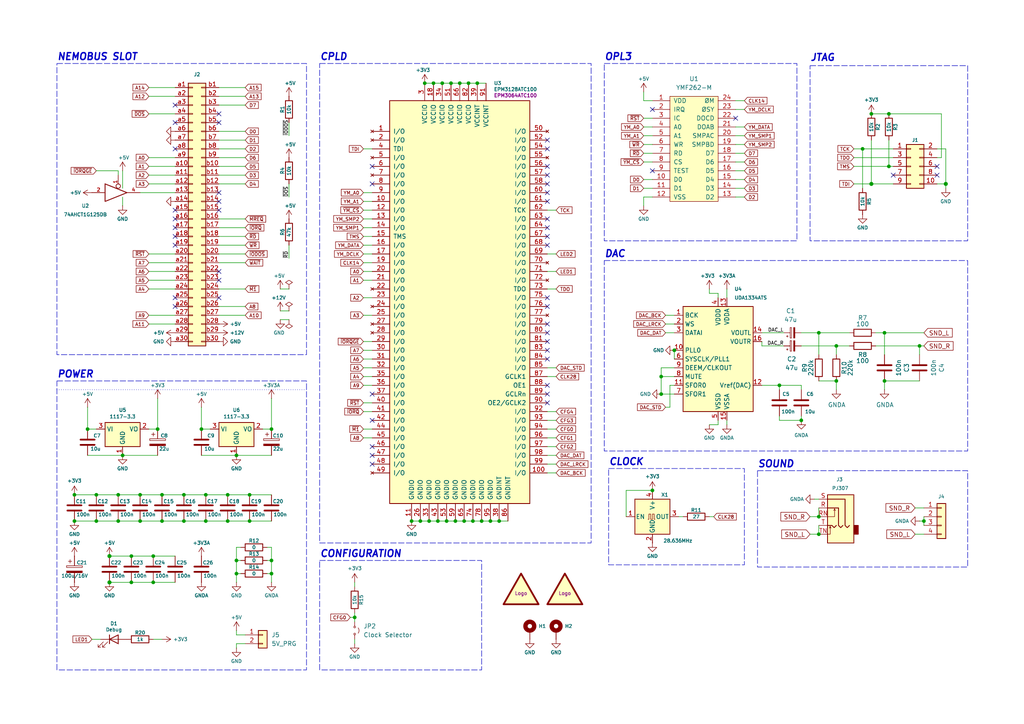
<source format=kicad_sch>
(kicad_sch (version 20250114) (generator "eeschema") (generator_version "9.0")
  (paper "A4")
  (title_block (title "Karabas-OPL3") (date "2025-09-17") (rev "B") (company "Andy Karpov") (comment 1 "Sound card for ZX Spectrum (NemoBus)"))
  (rectangle (start 175.26 75.565) (end 280.67 130.81) (stroke (width 0) (type dash)))
  (rectangle (start 219.71 136.525) (end 280.67 164.465) (stroke (width 0) (type dash)))
  (rectangle (start 176.53 135.89) (end 215.9 163.83) (stroke (width 0) (type dash)))
  (rectangle (start 92.71 162.56) (end 139.7 194.31) (stroke (width 0) (type dash)))
  (rectangle (start 16.51 110.49) (end 88.9 194.31) (stroke (width 0) (type dash)))
  (rectangle (start 234.95 19.05) (end 280.67 69.85) (stroke (width 0) (type dash)))
  (rectangle (start 92.71 18.415) (end 171.45 157.48) (stroke (width 0) (type dash)))
  (rectangle (start 175.26 18.415) (end 231.14 69.85) (stroke (width 0) (type dash)))
  (rectangle (start 16.51 18.415) (end 88.9 102.87) (stroke (width 0) (type dash)))
  (text "SOUND" (at 219.71 135.89 0) (effects (font (size 2 2) (thickness 0.4) (bold yes) (italic yes)) (justify left bottom)))
  (text "CPLD" (at 92.71 17.78 0) (effects (font (size 2 2) (thickness 0.4) (bold yes) (italic yes)) (justify left bottom)))
  (text "DAC" (at 175.26 74.93 0) (effects (font (size 2 2) (thickness 0.4) (bold yes) (italic yes)) (justify left bottom)))
  (text "CONFIGURATION" (at 92.71 161.925 0) (effects (font (size 2 2) (thickness 0.4) (bold yes) (italic yes)) (justify left bottom)))
  (text "OPL3" (at 175.26 17.78 0) (effects (font (size 2 2) (thickness 0.4) (bold yes) (italic yes)) (justify left bottom)))
  (text "JTAG" (at 234.95 18.034 0) (effects (font (size 2 2) (thickness 0.4) (bold yes) (italic yes)) (justify left bottom)))
  (text "POWER" (at 16.51 109.855 0) (effects (font (size 2 2) (thickness 0.4) (bold yes) (italic yes)) (justify left bottom)))
  (text "CLOCK" (at 176.53 135.255 0) (effects (font (size 2 2) (thickness 0.4) (bold yes) (italic yes)) (justify left bottom)))
  (text "NEMOBUS SLOT" (at 16.51 17.78 0) (effects (font (size 2 2) (thickness 0.4) (bold yes) (italic yes)) (justify left bottom)))
  (junction (at 72.39 151.13))
  (junction (at 31.75 168.91) (diameter 1.016))
  (junction (at 127 151.13))
  (junction (at 45.72 124.46))
  (junction (at 78.74 162.56))
  (junction (at 25.4 124.46))
  (junction (at 191.77 109.22))
  (junction (at 242.57 110.49))
  (junction (at 46.99 143.51))
  (junction (at 242.57 100.33))
  (junction (at 35.56 132.08))
  (junction (at 144.78 151.13))
  (junction (at 78.74 124.46))
  (junction (at 27.94 143.51))
  (junction (at 123.19 24.13))
  (junction (at 189.23 142.24))
  (junction (at 232.41 121.92))
  (junction (at 250.19 43.18))
  (junction (at 31.75 161.29) (diameter 1.016))
  (junction (at 274.32 53.34) (diameter 1.016))
  (junction (at 53.34 151.13))
  (junction (at 59.69 143.51))
  (junction (at 44.45 168.91))
  (junction (at 138.43 24.13))
  (junction (at 237.49 149.86))
  (junction (at 46.99 151.13))
  (junction (at 119.38 151.13))
  (junction (at 78.74 166.37))
  (junction (at 38.1 161.29))
  (junction (at 134.62 151.13))
  (junction (at 133.35 24.13))
  (junction (at 34.29 143.51))
  (junction (at 27.94 151.13))
  (junction (at 256.54 96.52))
  (junction (at 21.59 143.51))
  (junction (at 132.08 151.13))
  (junction (at 191.77 114.3))
  (junction (at 195.58 101.6))
  (junction (at 59.69 151.13))
  (junction (at 142.24 151.13))
  (junction (at 226.06 111.76))
  (junction (at 68.58 132.08))
  (junction (at 38.1 168.91))
  (junction (at 137.16 151.13))
  (junction (at 139.7 151.13))
  (junction (at 58.42 124.46))
  (junction (at 125.73 24.13))
  (junction (at 267.97 151.13))
  (junction (at 72.39 143.51))
  (junction (at 135.89 24.13))
  (junction (at 68.58 166.37))
  (junction (at 124.46 151.13))
  (junction (at 121.92 151.13))
  (junction (at 66.04 151.13))
  (junction (at 252.73 33.02))
  (junction (at 68.58 162.56))
  (junction (at 21.59 151.13))
  (junction (at 237.49 96.52))
  (junction (at 266.7 100.33))
  (junction (at 66.04 143.51))
  (junction (at 53.34 143.51))
  (junction (at 40.64 151.13))
  (junction (at 34.29 151.13))
  (junction (at 257.81 33.02))
  (junction (at 256.54 110.49))
  (junction (at 252.73 53.34) (diameter 1.016))
  (junction (at 40.64 143.51))
  (junction (at 128.27 24.13))
  (junction (at 237.49 154.94))
  (junction (at 44.45 161.29))
  (junction (at 102.87 179.07))
  (junction (at 130.81 24.13))
  (junction (at 257.81 48.26))
  (junction (at 129.54 151.13))
  (no_connect (at 63.5 60.96))
  (no_connect (at 158.75 96.52))
  (no_connect (at 259.08 50.8))
  (no_connect (at 50.8 30.48))
  (no_connect (at 158.75 53.34))
  (no_connect (at 63.5 55.88))
  (no_connect (at 63.5 58.42))
  (no_connect (at 158.75 101.6))
  (no_connect (at 158.75 40.64))
  (no_connect (at 50.8 71.12))
  (no_connect (at 158.75 55.88))
  (no_connect (at 158.75 63.5))
  (no_connect (at 63.5 86.36))
  (no_connect (at 107.95 134.62))
  (no_connect (at 213.36 34.29))
  (no_connect (at 63.5 35.56))
  (no_connect (at 63.5 33.02))
  (no_connect (at 50.8 60.96))
  (no_connect (at 107.95 129.54))
  (no_connect (at 158.75 86.36))
  (no_connect (at 158.75 43.18))
  (no_connect (at 271.78 50.8))
  (no_connect (at 158.75 116.84))
  (no_connect (at 189.23 49.53))
  (no_connect (at 63.5 81.28))
  (no_connect (at 158.75 99.06))
  (no_connect (at 158.75 58.42))
  (no_connect (at 50.8 63.5))
  (no_connect (at 50.8 68.58))
  (no_connect (at 158.75 71.12))
  (no_connect (at 158.75 50.8))
  (no_connect (at 158.75 66.04))
  (no_connect (at 50.8 35.56))
  (no_connect (at 158.75 114.3))
  (no_connect (at 107.95 132.08))
  (no_connect (at 158.75 111.76))
  (no_connect (at 107.95 48.26))
  (no_connect (at 63.5 78.74))
  (no_connect (at 158.75 68.58))
  (no_connect (at 50.8 66.04))
  (no_connect (at 50.8 86.36))
  (no_connect (at 271.78 48.26))
  (no_connect (at 158.75 88.9))
  (no_connect (at 107.95 121.92))
  (no_connect (at 107.95 114.3))
  (no_connect (at 158.75 104.14))
  (no_connect (at 107.95 53.34))
  (no_connect (at 158.75 93.98))
  (no_connect (at 158.75 48.26))
  (no_connect (at 50.8 88.9))
  (no_connect (at 189.23 31.75))
  (no_connect (at 50.8 43.18))
  (wire (pts (xy 53.34 143.51) (xy 59.69 143.51)))
  (wire (pts (xy 271.78 45.72) (xy 273.05 45.72)))
  (wire (pts (xy 46.99 143.51) (xy 53.34 143.51)))
  (wire (pts (xy 205.74 123.19) (xy 208.28 123.19)))
  (wire (pts (xy 34.29 151.13) (xy 40.64 151.13)))
  (wire (pts (xy 38.1 168.91) (xy 44.45 168.91)))
  (wire (pts (xy 105.41 86.36) (xy 107.95 86.36)))
  (wire (pts (xy 105.41 71.12) (xy 107.95 71.12)))
  (wire (pts (xy 271.78 53.34) (xy 274.32 53.34)))
  (wire (pts (xy 256.54 110.49) (xy 256.54 113.03)))
  (wire (pts (xy 105.41 109.22) (xy 107.95 109.22)))
  (wire (pts (xy 63.5 73.66) (xy 71.12 73.66)))
  (wire (pts (xy 63.5 71.12) (xy 71.12 71.12)))
  (wire (pts (xy 35.56 57.15) (xy 35.56 59.69)))
  (wire (pts (xy 213.36 31.75) (xy 215.9 31.75)))
  (wire (pts (xy 21.59 143.51) (xy 27.94 143.51)))
  (wire (pts (xy 63.5 30.48) (xy 71.12 30.48)))
  (wire (pts (xy 274.32 53.34) (xy 274.32 54.61)))
  (wire (pts (xy 102.87 179.07) (xy 101.6 179.07)))
  (wire (pts (xy 195.58 106.68) (xy 191.77 106.68)))
  (wire (pts (xy 105.41 78.74) (xy 107.95 78.74)))
  (wire (pts (xy 105.41 73.66) (xy 107.95 73.66)))
  (wire (pts (xy 195.58 101.6) (xy 195.58 104.14)))
  (wire (pts (xy 147.32 151.13) (xy 144.78 151.13)))
  (wire (pts (xy 83.82 35.56) (xy 83.82 39.37)))
  (wire (pts (xy 76.2 124.46) (xy 78.74 124.46)))
  (wire (pts (xy 220.98 96.52) (xy 227.33 96.52)))
  (wire (pts (xy 213.36 44.45) (xy 215.9 44.45)))
  (wire (pts (xy 256.54 96.52) (xy 256.54 102.87)))
  (wire (pts (xy 213.36 46.99) (xy 215.9 46.99)))
  (wire (pts (xy 27.94 143.51) (xy 34.29 143.51)))
  (wire (pts (xy 213.36 57.15) (xy 215.9 57.15)))
  (wire (pts (xy 205.74 85.09) (xy 208.28 85.09)))
  (wire (pts (xy 43.18 93.98) (xy 50.8 93.98)))
  (wire (pts (xy 63.5 48.26) (xy 71.12 48.26)))
  (wire (pts (xy 63.5 76.2) (xy 71.12 76.2)))
  (wire (pts (xy 102.87 179.07) (xy 102.87 180.34)))
  (wire (pts (xy 220.98 111.76) (xy 226.06 111.76)))
  (wire (pts (xy 256.54 96.52) (xy 267.97 96.52)))
  (wire (pts (xy 242.57 110.49) (xy 242.57 113.03)))
  (wire (pts (xy 105.41 127) (xy 107.95 127)))
  (wire (pts (xy 158.75 132.08) (xy 161.29 132.08)))
  (wire (pts (xy 40.64 143.51) (xy 46.99 143.51)))
  (wire (pts (xy 68.58 166.37) (xy 68.58 168.91)))
  (wire (pts (xy 105.41 119.38) (xy 107.95 119.38)))
  (wire (pts (xy 208.28 123.19) (xy 208.28 121.92)))
  (wire (pts (xy 125.73 24.13) (xy 128.27 24.13)))
  (wire (pts (xy 232.41 96.52) (xy 237.49 96.52)))
  (wire (pts (xy 195.58 96.52) (xy 193.04 96.52)))
  (wire (pts (xy 66.04 143.51) (xy 72.39 143.51)))
  (wire (pts (xy 208.28 85.09) (xy 208.28 86.36)))
  (wire (pts (xy 34.29 49.53) (xy 34.29 50.8)))
  (wire (pts (xy 27.94 151.13) (xy 34.29 151.13)))
  (wire (pts (xy 247.65 53.34) (xy 252.73 53.34)))
  (wire (pts (xy 77.47 162.56) (xy 78.74 162.56)))
  (wire (pts (xy 105.41 101.6) (xy 107.95 101.6)))
  (wire (pts (xy 247.65 43.18) (xy 250.19 43.18)))
  (wire (pts (xy 158.75 73.66) (xy 161.29 73.66)))
  (wire (pts (xy 43.18 33.02) (xy 50.8 33.02)))
  (wire (pts (xy 105.41 58.42) (xy 107.95 58.42)))
  (wire (pts (xy 132.08 151.13) (xy 129.54 151.13)))
  (wire (pts (xy 66.04 151.13) (xy 72.39 151.13)))
  (wire (pts (xy 63.5 68.58) (xy 71.12 68.58)))
  (wire (pts (xy 45.72 115.57) (xy 45.72 124.46)))
  (wire (pts (xy 158.75 129.54) (xy 161.29 129.54)))
  (wire (pts (xy 234.95 149.86) (xy 237.49 149.86)))
  (wire (pts (xy 213.36 29.21) (xy 215.9 29.21)))
  (wire (pts (xy 186.69 29.21) (xy 189.23 29.21)))
  (wire (pts (xy 71.12 186.69) (xy 68.58 186.69)))
  (wire (pts (xy 266.7 151.13) (xy 267.97 151.13)))
  (wire (pts (xy 105.41 106.68) (xy 107.95 106.68)))
  (wire (pts (xy 130.81 24.13) (xy 133.35 24.13)))
  (wire (pts (xy 72.39 151.13) (xy 78.74 151.13)))
  (wire (pts (xy 43.18 53.34) (xy 50.8 53.34)))
  (wire (pts (xy 186.69 36.83) (xy 189.23 36.83)))
  (wire (pts (xy 78.74 162.56) (xy 78.74 166.37)))
  (wire (pts (xy 237.49 96.52) (xy 237.49 102.87)))
  (wire (pts (xy 266.7 100.33) (xy 267.97 100.33)))
  (wire (pts (xy 237.49 96.52) (xy 246.38 96.52)))
  (wire (pts (xy 226.06 120.65) (xy 226.06 121.92)))
  (wire (pts (xy 44.45 185.42) (xy 46.99 185.42)))
  (wire (pts (xy 226.06 111.76) (xy 232.41 111.76)))
  (wire (pts (xy 236.22 144.78) (xy 237.49 144.78)))
  (wire (pts (xy 26.67 185.42) (xy 29.21 185.42)))
  (wire (pts (xy 43.18 76.2) (xy 50.8 76.2)))
  (wire (pts (xy 137.16 151.13) (xy 134.62 151.13)))
  (wire (pts (xy 158.75 78.74) (xy 161.29 78.74)))
  (wire (pts (xy 213.36 39.37) (xy 215.9 39.37)))
  (wire (pts (xy 121.92 151.13) (xy 119.38 151.13)))
  (wire (pts (xy 186.69 34.29) (xy 189.23 34.29)))
  (wire (pts (xy 266.7 100.33) (xy 266.7 102.87)))
  (wire (pts (xy 105.41 104.14) (xy 107.95 104.14)))
  (wire (pts (xy 105.41 99.06) (xy 107.95 99.06)))
  (wire (pts (xy 265.43 147.32) (xy 267.97 147.32)))
  (wire (pts (xy 63.5 25.4) (xy 71.12 25.4)))
  (wire (pts (xy 252.73 40.64) (xy 252.73 53.34)))
  (wire (pts (xy 81.28 92.71) (xy 83.82 92.71)))
  (wire (pts (xy 186.69 54.61) (xy 189.23 54.61)))
  (wire (pts (xy 69.85 158.75) (xy 68.58 158.75)))
  (wire (pts (xy 181.61 142.24) (xy 181.61 149.86)))
  (wire (pts (xy 63.5 66.04) (xy 71.12 66.04)))
  (wire (pts (xy 31.75 161.29) (xy 38.1 161.29)))
  (wire (pts (xy 27.94 49.53) (xy 34.29 49.53)))
  (wire (pts (xy 78.74 115.57) (xy 78.74 124.46)))
  (wire (pts (xy 158.75 137.16) (xy 161.29 137.16)))
  (wire (pts (xy 127 151.13) (xy 124.46 151.13)))
  (wire (pts (xy 186.69 46.99) (xy 189.23 46.99)))
  (wire (pts (xy 43.18 81.28) (xy 50.8 81.28)))
  (wire (pts (xy 81.28 90.17) (xy 83.82 90.17)))
  (wire (pts (xy 267.97 149.86) (xy 267.97 151.13)))
  (wire (pts (xy 38.1 161.29) (xy 44.45 161.29)))
  (wire (pts (xy 250.19 43.18) (xy 259.08 43.18)))
  (wire (pts (xy 158.75 121.92) (xy 161.29 121.92)))
  (wire (pts (xy 142.24 151.13) (xy 139.7 151.13)))
  (polyline (pts (xy 16.51 113.03) (xy 88.9 113.03)) (stroke (width 0) (type dot)))
  (wire (pts (xy 128.27 24.13) (xy 130.81 24.13)))
  (wire (pts (xy 43.18 27.94) (xy 50.8 27.94)))
  (wire (pts (xy 40.64 151.13) (xy 46.99 151.13)))
  (wire (pts (xy 274.32 43.18) (xy 274.32 53.34)))
  (wire (pts (xy 25.4 132.08) (xy 35.56 132.08)))
  (wire (pts (xy 265.43 154.94) (xy 267.97 154.94)))
  (wire (pts (xy 68.58 158.75) (xy 68.58 162.56)))
  (wire (pts (xy 63.5 45.72) (xy 71.12 45.72)))
  (wire (pts (xy 194.31 111.76) (xy 194.31 118.11)))
  (wire (pts (xy 102.87 168.91) (xy 102.87 170.18)))
  (wire (pts (xy 105.41 66.04) (xy 107.95 66.04)))
  (wire (pts (xy 105.41 68.58) (xy 107.95 68.58)))
  (wire (pts (xy 210.82 123.19) (xy 210.82 121.92)))
  (wire (pts (xy 186.69 39.37) (xy 189.23 39.37)))
  (wire (pts (xy 237.49 147.32) (xy 237.49 149.86)))
  (wire (pts (xy 220.98 100.33) (xy 227.33 100.33)))
  (wire (pts (xy 226.06 121.92) (xy 232.41 121.92)))
  (wire (pts (xy 232.41 100.33) (xy 242.57 100.33)))
  (wire (pts (xy 72.39 143.51) (xy 78.74 143.51)))
  (wire (pts (xy 158.75 134.62) (xy 161.29 134.62)))
  (wire (pts (xy 213.36 41.91) (xy 215.9 41.91)))
  (wire (pts (xy 198.12 149.86) (xy 196.85 149.86)))
  (wire (pts (xy 43.18 91.44) (xy 50.8 91.44)))
  (wire (pts (xy 43.18 78.74) (xy 50.8 78.74)))
  (wire (pts (xy 83.82 71.12) (xy 83.82 74.93)))
  (wire (pts (xy 68.58 162.56) (xy 68.58 166.37)))
  (wire (pts (xy 158.75 109.22) (xy 161.29 109.22)))
  (wire (pts (xy 135.89 24.13) (xy 138.43 24.13)))
  (wire (pts (xy 226.06 111.76) (xy 226.06 113.03)))
  (wire (pts (xy 213.36 54.61) (xy 215.9 54.61)))
  (wire (pts (xy 63.5 27.94) (xy 71.12 27.94)))
  (wire (pts (xy 59.69 151.13) (xy 66.04 151.13)))
  (wire (pts (xy 186.69 44.45) (xy 189.23 44.45)))
  (wire (pts (xy 195.58 91.44) (xy 193.04 91.44)))
  (wire (pts (xy 43.18 45.72) (xy 50.8 45.72)))
  (wire (pts (xy 63.5 63.5) (xy 71.12 63.5)))
  (wire (pts (xy 129.54 151.13) (xy 127 151.13)))
  (wire (pts (xy 210.82 83.82) (xy 210.82 86.36)))
  (wire (pts (xy 68.58 132.08) (xy 78.74 132.08)))
  (wire (pts (xy 123.19 24.13) (xy 125.73 24.13)))
  (wire (pts (xy 68.58 186.69) (xy 68.58 187.96)))
  (wire (pts (xy 186.69 26.67) (xy 186.69 29.21)))
  (wire (pts (xy 144.78 151.13) (xy 142.24 151.13)))
  (wire (pts (xy 189.23 57.15) (xy 186.69 57.15)))
  (wire (pts (xy 78.74 166.37) (xy 78.74 168.91)))
  (wire (pts (xy 43.18 83.82) (xy 50.8 83.82)))
  (wire (pts (xy 81.28 83.82) (xy 83.82 83.82)))
  (wire (pts (xy 83.82 53.34) (xy 83.82 57.15)))
  (wire (pts (xy 77.47 166.37) (xy 78.74 166.37)))
  (wire (pts (xy 105.41 43.18) (xy 107.95 43.18)))
  (wire (pts (xy 58.42 118.11) (xy 58.42 124.46)))
  (wire (pts (xy 133.35 24.13) (xy 135.89 24.13)))
  (wire (pts (xy 43.18 50.8) (xy 50.8 50.8)))
  (wire (pts (xy 63.5 38.1) (xy 71.12 38.1)))
  (wire (pts (xy 105.41 116.84) (xy 107.95 116.84)))
  (wire (pts (xy 257.81 40.64) (xy 257.81 48.26)))
  (wire (pts (xy 252.73 53.34) (xy 259.08 53.34)))
  (wire (pts (xy 158.75 119.38) (xy 161.29 119.38)))
  (wire (pts (xy 237.49 152.4) (xy 237.49 154.94)))
  (wire (pts (xy 63.5 83.82) (xy 71.12 83.82)))
  (wire (pts (xy 191.77 106.68) (xy 191.77 109.22)))
  (wire (pts (xy 158.75 60.96) (xy 161.29 60.96)))
  (wire (pts (xy 44.45 161.29) (xy 50.8 161.29)))
  (wire (pts (xy 34.29 143.51) (xy 40.64 143.51)))
  (wire (pts (xy 254 100.33) (xy 266.7 100.33)))
  (wire (pts (xy 124.46 151.13) (xy 121.92 151.13)))
  (wire (pts (xy 69.85 166.37) (xy 68.58 166.37)))
  (wire (pts (xy 271.78 43.18) (xy 274.32 43.18)))
  (wire (pts (xy 186.69 57.15) (xy 186.69 59.69)))
  (wire (pts (xy 63.5 91.44) (xy 71.12 91.44)))
  (wire (pts (xy 189.23 142.24) (xy 181.61 142.24)))
  (wire (pts (xy 31.75 168.91) (xy 38.1 168.91)))
  (wire (pts (xy 213.36 36.83) (xy 215.9 36.83)))
  (wire (pts (xy 134.62 151.13) (xy 132.08 151.13)))
  (wire (pts (xy 102.87 177.8) (xy 102.87 179.07)))
  (wire (pts (xy 242.57 100.33) (xy 242.57 102.87)))
  (wire (pts (xy 25.4 118.11) (xy 25.4 124.46)))
  (wire (pts (xy 102.87 185.42) (xy 102.87 186.69)))
  (wire (pts (xy 232.41 120.65) (xy 232.41 121.92)))
  (wire (pts (xy 78.74 158.75) (xy 78.74 162.56)))
  (wire (pts (xy 77.47 158.75) (xy 78.74 158.75)))
  (wire (pts (xy 46.99 151.13) (xy 53.34 151.13)))
  (wire (pts (xy 105.41 76.2) (xy 107.95 76.2)))
  (wire (pts (xy 205.74 149.86) (xy 207.01 149.86)))
  (wire (pts (xy 105.41 60.96) (xy 107.95 60.96)))
  (wire (pts (xy 252.73 33.02) (xy 257.81 33.02)))
  (wire (pts (xy 105.41 111.76) (xy 107.95 111.76)))
  (wire (pts (xy 63.5 53.34) (xy 71.12 53.34)))
  (wire (pts (xy 234.95 154.94) (xy 237.49 154.94)))
  (wire (pts (xy 71.12 184.15) (xy 68.58 184.15)))
  (wire (pts (xy 44.45 168.91) (xy 50.8 168.91)))
  (wire (pts (xy 35.56 132.08) (xy 45.72 132.08)))
  (wire (pts (xy 138.43 24.13) (xy 140.97 24.13)))
  (wire (pts (xy 139.7 151.13) (xy 137.16 151.13)))
  (wire (pts (xy 21.59 151.13) (xy 27.94 151.13)))
  (wire (pts (xy 195.58 93.98) (xy 193.04 93.98)))
  (wire (pts (xy 254 96.52) (xy 256.54 96.52)))
  (wire (pts (xy 58.42 124.46) (xy 60.96 124.46)))
  (wire (pts (xy 205.74 83.82) (xy 205.74 85.09)))
  (wire (pts (xy 267.97 151.13) (xy 267.97 152.4)))
  (wire (pts (xy 247.65 45.72) (xy 259.08 45.72)))
  (wire (pts (xy 191.77 109.22) (xy 191.77 114.3)))
  (wire (pts (xy 158.75 127) (xy 161.29 127)))
  (wire (pts (xy 242.57 100.33) (xy 246.38 100.33)))
  (wire (pts (xy 43.18 124.46) (xy 45.72 124.46)))
  (wire (pts (xy 105.41 124.46) (xy 107.95 124.46)))
  (wire (pts (xy 105.41 91.44) (xy 107.95 91.44)))
  (wire (pts (xy 35.56 49.53) (xy 35.56 54.61)))
  (wire (pts (xy 191.77 114.3) (xy 195.58 114.3)))
  (wire (pts (xy 40.64 55.88) (xy 50.8 55.88)))
  (wire (pts (xy 257.81 48.26) (xy 259.08 48.26)))
  (wire (pts (xy 105.41 81.28) (xy 107.95 81.28)))
  (wire (pts (xy 43.18 73.66) (xy 50.8 73.66)))
  (wire (pts (xy 220.98 100.33) (xy 220.98 99.06)))
  (wire (pts (xy 63.5 88.9) (xy 71.12 88.9)))
  (wire (pts (xy 186.69 41.91) (xy 189.23 41.91)))
  (wire (pts (xy 232.41 111.76) (xy 232.41 113.03)))
  (wire (pts (xy 186.69 52.07) (xy 189.23 52.07)))
  (wire (pts (xy 247.65 48.26) (xy 257.81 48.26)))
  (wire (pts (xy 158.75 106.68) (xy 161.29 106.68)))
  (wire (pts (xy 158.75 83.82) (xy 161.29 83.82)))
  (wire (pts (xy 250.19 54.61) (xy 250.19 43.18)))
  (wire (pts (xy 257.81 33.02) (xy 273.05 33.02)))
  (wire (pts (xy 63.5 40.64) (xy 71.12 40.64)))
  (wire (pts (xy 43.18 48.26) (xy 50.8 48.26)))
  (wire (pts (xy 256.54 110.49) (xy 266.7 110.49)))
  (wire (pts (xy 58.42 132.08) (xy 68.58 132.08)))
  (wire (pts (xy 63.5 43.18) (xy 71.12 43.18)))
  (wire (pts (xy 213.36 52.07) (xy 215.9 52.07)))
  (wire (pts (xy 105.41 63.5) (xy 107.95 63.5)))
  (wire (pts (xy 237.49 110.49) (xy 242.57 110.49)))
  (wire (pts (xy 53.34 151.13) (xy 59.69 151.13)))
  (wire (pts (xy 105.41 55.88) (xy 107.95 55.88)))
  (wire (pts (xy 69.85 162.56) (xy 68.58 162.56)))
  (wire (pts (xy 158.75 124.46) (xy 161.29 124.46)))
  (wire (pts (xy 68.58 184.15) (xy 68.58 182.88)))
  (wire (pts (xy 43.18 25.4) (xy 50.8 25.4)))
  (wire (pts (xy 213.36 49.53) (xy 215.9 49.53)))
  (wire (pts (xy 191.77 109.22) (xy 195.58 109.22)))
  (wire (pts (xy 273.05 33.02) (xy 273.05 45.72)))
  (wire (pts (xy 63.5 50.8) (xy 71.12 50.8)))
  (wire (pts (xy 59.69 143.51) (xy 66.04 143.51)))
  (wire (pts (xy 25.4 124.46) (xy 27.94 124.46)))
  (wire (pts (xy 195.58 111.76) (xy 194.31 111.76)))
  (wire (pts (xy 193.04 118.11) (xy 194.31 118.11)))
  (label "DAC_L" (at 227.33 96.52 180) (effects (font (size 1 1))))
  (label "~{RD}" (at 83.82 74.93 90) (effects (font (size 0.9906 0.9906))))
  (label "~{DOS}" (at 83.82 57.15 90) (effects (font (size 0.9906 0.9906))))
  (label "DAC_R" (at 227.33 100.33 180) (effects (font (size 1 1))))
  (label "~{IODOS}" (at 83.82 39.37 90) (effects (font (size 0.9906 0.9906))))
  (global_label "A1" (shape input) (at 105.41 81.28 180) (effects (font (size 0.9906 0.9906))) (property "Intersheetrefs" "${INTERSHEET_REFS}" (effects (hide yes))))
  (global_label "D7" (shape input) (at 215.9 44.45 0) (effects (font (size 0.9906 0.9906))) (property "Intersheetrefs" "${INTERSHEET_REFS}" (effects (hide yes))))
  (global_label "TCK" (shape input) (at 247.65 43.18 180) (effects (font (size 0.9906 0.9906))) (property "Intersheetrefs" "${INTERSHEET_REFS}" (effects (hide yes))))
  (global_label "A7" (shape input) (at 105.41 101.6 180) (effects (font (size 0.9906 0.9906))) (property "Intersheetrefs" "${INTERSHEET_REFS}" (effects (hide yes))))
  (global_label "A1" (shape input) (at 43.18 48.26 180) (effects (font (size 0.9906 0.9906))) (property "Intersheetrefs" "${INTERSHEET_REFS}" (effects (hide yes))))
  (global_label "D4" (shape input) (at 71.12 53.34 0) (effects (font (size 0.9906 0.9906))) (property "Intersheetrefs" "${INTERSHEET_REFS}" (effects (hide yes))))
  (global_label "D2" (shape input) (at 71.12 43.18 0) (effects (font (size 0.9906 0.9906))) (property "Intersheetrefs" "${INTERSHEET_REFS}" (effects (hide yes))))
  (global_label "A0" (shape input) (at 43.18 45.72 180) (effects (font (size 0.9906 0.9906))) (property "Intersheetrefs" "${INTERSHEET_REFS}" (effects (hide yes))))
  (global_label "A9" (shape input) (at 43.18 91.44 180) (effects (font (size 0.9906 0.9906))) (property "Intersheetrefs" "${INTERSHEET_REFS}" (effects (hide yes))))
  (global_label "DAC_LRCK" (shape input) (at 193.04 93.98 180) (effects (font (size 0.9906 0.9906))) (property "Intersheetrefs" "${INTERSHEET_REFS}" (effects (hide yes))))
  (global_label "DAC_LRCK" (shape input) (at 161.29 134.62 0) (effects (font (size 0.9906 0.9906))) (property "Intersheetrefs" "${INTERSHEET_REFS}" (effects (hide yes))))
  (global_label "D2" (shape input) (at 215.9 57.15 0) (effects (font (size 0.9906 0.9906))) (property "Intersheetrefs" "${INTERSHEET_REFS}" (effects (hide yes))))
  (global_label "~{WR}" (shape input) (at 71.12 71.12 0) (effects (font (size 0.9906 0.9906))) (property "Intersheetrefs" "${INTERSHEET_REFS}" (effects (hide yes))))
  (global_label "~{IORQ}" (shape input) (at 105.41 119.38 180) (effects (font (size 0.9906 0.9906))) (property "Intersheetrefs" "${INTERSHEET_REFS}" (effects (hide yes))))
  (global_label "A8" (shape input) (at 71.12 88.9 0) (effects (font (size 0.9906 0.9906))) (property "Intersheetrefs" "${INTERSHEET_REFS}" (effects (hide yes))))
  (global_label "CFG0" (shape input) (at 161.29 124.46 0) (effects (font (size 0.9906 0.9906))) (property "Intersheetrefs" "${INTERSHEET_REFS}" (effects (hide yes))))
  (global_label "TMS" (shape input) (at 105.41 68.58 180) (effects (font (size 0.9906 0.9906))) (property "Intersheetrefs" "${INTERSHEET_REFS}" (effects (hide yes))))
  (global_label "A11" (shape input) (at 43.18 93.98 180) (effects (font (size 0.9906 0.9906))) (property "Intersheetrefs" "${INTERSHEET_REFS}" (effects (hide yes))))
  (global_label "D6" (shape input) (at 71.12 45.72 0) (effects (font (size 0.9906 0.9906))) (property "Intersheetrefs" "${INTERSHEET_REFS}" (effects (hide yes))))
  (global_label "A10" (shape input) (at 71.12 91.44 0) (effects (font (size 0.9906 0.9906))) (property "Intersheetrefs" "${INTERSHEET_REFS}" (effects (hide yes))))
  (global_label "D3" (shape input) (at 215.9 54.61 0) (effects (font (size 0.9906 0.9906))) (property "Intersheetrefs" "${INTERSHEET_REFS}" (effects (hide yes))))
  (global_label "D6" (shape input) (at 215.9 46.99 0) (effects (font (size 0.9906 0.9906))) (property "Intersheetrefs" "${INTERSHEET_REFS}" (effects (hide yes))))
  (global_label "YM_SMP1" (shape input) (at 215.9 39.37 0) (effects (font (size 0.9906 0.9906))) (property "Intersheetrefs" "${INTERSHEET_REFS}" (effects (hide yes))))
  (global_label "TMS" (shape input) (at 247.65 48.26 180) (effects (font (size 0.9906 0.9906))) (property "Intersheetrefs" "${INTERSHEET_REFS}" (effects (hide yes))))
  (global_label "A15" (shape input) (at 71.12 25.4 0) (effects (font (size 0.9906 0.9906))) (property "Intersheetrefs" "${INTERSHEET_REFS}" (effects (hide yes))))
  (global_label "A2" (shape input) (at 105.41 86.36 180) (effects (font (size 0.9906 0.9906))) (property "Intersheetrefs" "${INTERSHEET_REFS}" (effects (hide yes))))
  (global_label "DAC_STD" (shape input) (at 161.29 106.68 0) (effects (font (size 0.9906 0.9906))) (property "Intersheetrefs" "${INTERSHEET_REFS}" (effects (hide yes))))
  (global_label "A5" (shape input) (at 105.41 106.68 180) (effects (font (size 0.9906 0.9906))) (property "Intersheetrefs" "${INTERSHEET_REFS}" (effects (hide yes))))
  (global_label "A6" (shape input) (at 105.41 104.14 180) (effects (font (size 0.9906 0.9906))) (property "Intersheetrefs" "${INTERSHEET_REFS}" (effects (hide yes))))
  (global_label "YM_SMP2" (shape input) (at 215.9 41.91 0) (effects (font (size 0.9906 0.9906))) (property "Intersheetrefs" "${INTERSHEET_REFS}" (effects (hide yes))))
  (global_label "D1" (shape input) (at 71.12 40.64 0) (effects (font (size 0.9906 0.9906))) (property "Intersheetrefs" "${INTERSHEET_REFS}" (effects (hide yes))))
  (global_label "~{RD}" (shape input) (at 71.12 68.58 0) (effects (font (size 0.9906 0.9906))) (property "Intersheetrefs" "${INTERSHEET_REFS}" (effects (hide yes))))
  (global_label "A3" (shape input) (at 105.41 91.44 180) (effects (font (size 0.9906 0.9906))) (property "Intersheetrefs" "${INTERSHEET_REFS}" (effects (hide yes))))
  (global_label "D4" (shape input) (at 215.9 52.07 0) (effects (font (size 0.9906 0.9906))) (property "Intersheetrefs" "${INTERSHEET_REFS}" (effects (hide yes))))
  (global_label "YM_DATA" (shape input) (at 105.41 71.12 180) (effects (font (size 0.9906 0.9906))) (property "Intersheetrefs" "${INTERSHEET_REFS}" (effects (hide yes))))
  (global_label "DAC_BCK" (shape input) (at 161.29 137.16 0) (effects (font (size 0.9906 0.9906))) (property "Intersheetrefs" "${INTERSHEET_REFS}" (effects (hide yes))))
  (global_label "D5" (shape input) (at 71.12 48.26 0) (effects (font (size 0.9906 0.9906))) (property "Intersheetrefs" "${INTERSHEET_REFS}" (effects (hide yes))))
  (global_label "TDI" (shape input) (at 105.41 43.18 180) (effects (font (size 0.9906 0.9906))) (property "Intersheetrefs" "${INTERSHEET_REFS}" (effects (hide yes))))
  (global_label "TDO" (shape input) (at 247.65 45.72 180) (effects (font (size 0.9906 0.9906))) (property "Intersheetrefs" "${INTERSHEET_REFS}" (effects (hide yes))))
  (global_label "YM_SMP2" (shape input) (at 105.41 63.5 180) (effects (font (size 0.9906 0.9906))) (property "Intersheetrefs" "${INTERSHEET_REFS}" (effects (hide yes))))
  (global_label "~{RST}" (shape input) (at 105.41 116.84 180) (effects (font (size 0.9906 0.9906))) (property "Intersheetrefs" "${INTERSHEET_REFS}" (effects (hide yes))))
  (global_label "~{RD}" (shape input) (at 186.69 44.45 180) (effects (font (size 0.9906 0.9906))) (property "Intersheetrefs" "${INTERSHEET_REFS}" (effects (hide yes))))
  (global_label "LED1" (shape input) (at 161.29 78.74 0) (effects (font (size 0.9906 0.9906))) (property "Intersheetrefs" "${INTERSHEET_REFS}" (effects (hide yes))))
  (global_label "A4" (shape input) (at 43.18 83.82 180) (effects (font (size 0.9906 0.9906))) (property "Intersheetrefs" "${INTERSHEET_REFS}" (effects (hide yes))))
  (global_label "A3" (shape input) (at 43.18 53.34 180) (effects (font (size 0.9906 0.9906))) (property "Intersheetrefs" "${INTERSHEET_REFS}" (effects (hide yes))))
  (global_label "A8" (shape input) (at 105.41 127 180) (effects (font (size 0.9906 0.9906))) (property "Intersheetrefs" "${INTERSHEET_REFS}" (effects (hide yes))))
  (global_label "YM_A1" (shape input) (at 105.41 58.42 180) (effects (font (size 0.9906 0.9906))) (property "Intersheetrefs" "${INTERSHEET_REFS}" (effects (hide yes))))
  (global_label "~{IORQ}" (shape input) (at 71.12 66.04 0) (effects (font (size 0.9906 0.9906))) (property "Intersheetrefs" "${INTERSHEET_REFS}" (effects (hide yes))))
  (global_label "YM_DATA" (shape input) (at 215.9 36.83 0) (effects (font (size 0.9906 0.9906))) (property "Intersheetrefs" "${INTERSHEET_REFS}" (effects (hide yes))))
  (global_label "D0" (shape input) (at 186.69 52.07 180) (effects (font (size 0.9906 0.9906))) (property "Intersheetrefs" "${INTERSHEET_REFS}" (effects (hide yes))))
  (global_label "A0" (shape input) (at 105.41 78.74 180) (effects (font (size 0.9906 0.9906))) (property "Intersheetrefs" "${INTERSHEET_REFS}" (effects (hide yes))))
  (global_label "CFG1" (shape input) (at 161.29 127 0) (effects (font (size 0.9906 0.9906))) (property "Intersheetrefs" "${INTERSHEET_REFS}" (effects (hide yes))))
  (global_label "CLK14" (shape input) (at 215.9 29.21 0) (effects (font (size 0.9906 0.9906))) (property "Intersheetrefs" "${INTERSHEET_REFS}" (effects (hide yes))))
  (global_label "~{IORQGE}" (shape input) (at 27.94 49.53 180) (effects (font (size 0.9906 0.9906))) (property "Intersheetrefs" "${INTERSHEET_REFS}" (effects (hide yes))))
  (global_label "SND_L" (shape input) (at 267.97 96.52 0) (property "Intersheetrefs" "${INTERSHEET_REFS}" (effects (hide yes))))
  (global_label "CFG0" (shape input) (at 101.6 179.07 180) (effects (font (size 0.9906 0.9906))) (property "Intersheetrefs" "${INTERSHEET_REFS}" (effects (hide yes))))
  (global_label "LED1" (shape input) (at 26.67 185.42 180) (effects (font (size 0.9906 0.9906))) (property "Intersheetrefs" "${INTERSHEET_REFS}" (effects (hide yes))))
  (global_label "~{RST}" (shape input) (at 43.18 73.66 180) (effects (font (size 0.9906 0.9906))) (property "Intersheetrefs" "${INTERSHEET_REFS}" (effects (hide yes))))
  (global_label "YM_SMP1" (shape input) (at 105.41 66.04 180) (effects (font (size 0.9906 0.9906))) (property "Intersheetrefs" "${INTERSHEET_REFS}" (effects (hide yes))))
  (global_label "CFG4" (shape input) (at 161.29 119.38 0) (effects (font (size 0.9906 0.9906))) (property "Intersheetrefs" "${INTERSHEET_REFS}" (effects (hide yes))))
  (global_label "CLK28" (shape input) (at 207.01 149.86 0) (effects (font (size 0.9906 0.9906))) (property "Intersheetrefs" "${INTERSHEET_REFS}" (effects (hide yes))))
  (global_label "SND_R" (shape input) (at 234.95 149.86 180) (property "Intersheetrefs" "${INTERSHEET_REFS}" (effects (hide yes))))
  (global_label "~{DOS}" (shape input) (at 43.18 33.02 180) (effects (font (size 0.9906 0.9906))) (property "Intersheetrefs" "${INTERSHEET_REFS}" (effects (hide yes))))
  (global_label "YM_A1" (shape input) (at 186.69 39.37 180) (effects (font (size 0.9906 0.9906))) (property "Intersheetrefs" "${INTERSHEET_REFS}" (effects (hide yes))))
  (global_label "~{M1}" (shape input) (at 71.12 83.82 0) (effects (font (size 0.9906 0.9906))) (property "Intersheetrefs" "${INTERSHEET_REFS}" (effects (hide yes))))
  (global_label "~{WAIT}" (shape input) (at 71.12 76.2 0) (effects (font (size 0.9906 0.9906))) (property "Intersheetrefs" "${INTERSHEET_REFS}" (effects (hide yes))))
  (global_label "SND_R" (shape input) (at 267.97 100.33 0) (property "Intersheetrefs" "${INTERSHEET_REFS}" (effects (hide yes))))
  (global_label "YM_DCLK" (shape input) (at 215.9 31.75 0) (effects (font (size 0.9906 0.9906))) (property "Intersheetrefs" "${INTERSHEET_REFS}" (effects (hide yes))))
  (global_label "A12" (shape input) (at 43.18 27.94 180) (effects (font (size 0.9906 0.9906))) (property "Intersheetrefs" "${INTERSHEET_REFS}" (effects (hide yes))))
  (global_label "~{M1}" (shape input) (at 105.41 124.46 180) (effects (font (size 0.9906 0.9906))) (property "Intersheetrefs" "${INTERSHEET_REFS}" (effects (hide yes))))
  (global_label "YM_A0" (shape input) (at 186.69 36.83 180) (effects (font (size 0.9906 0.9906))) (property "Intersheetrefs" "${INTERSHEET_REFS}" (effects (hide yes))))
  (global_label "D5" (shape input) (at 215.9 49.53 0) (effects (font (size 0.9906 0.9906))) (property "Intersheetrefs" "${INTERSHEET_REFS}" (effects (hide yes))))
  (global_label "A7" (shape input) (at 43.18 76.2 180) (effects (font (size 0.9906 0.9906))) (property "Intersheetrefs" "${INTERSHEET_REFS}" (effects (hide yes))))
  (global_label "CFG2" (shape input) (at 161.29 129.54 0) (effects (font (size 0.9906 0.9906))) (property "Intersheetrefs" "${INTERSHEET_REFS}" (effects (hide yes))))
  (global_label "~{YM_CS}" (shape input) (at 186.69 46.99 180) (effects (font (size 0.9906 0.9906))) (property "Intersheetrefs" "${INTERSHEET_REFS}" (effects (hide yes))))
  (global_label "~{MREQ}" (shape input) (at 71.12 63.5 0) (effects (font (size 0.9906 0.9906))) (property "Intersheetrefs" "${INTERSHEET_REFS}" (effects (hide yes))))
  (global_label "CFG3" (shape input) (at 161.29 121.92 0) (effects (font (size 0.9906 0.9906))) (property "Intersheetrefs" "${INTERSHEET_REFS}" (effects (hide yes))))
  (global_label "~{RST}" (shape input) (at 186.69 34.29 180) (effects (font (size 0.9906 0.9906))) (property "Intersheetrefs" "${INTERSHEET_REFS}" (effects (hide yes))))
  (global_label "D7" (shape input) (at 71.12 30.48 0) (effects (font (size 0.9906 0.9906))) (property "Intersheetrefs" "${INTERSHEET_REFS}" (effects (hide yes))))
  (global_label "SND_L" (shape input) (at 234.95 154.94 180) (property "Intersheetrefs" "${INTERSHEET_REFS}" (effects (hide yes))))
  (global_label "D0" (shape input) (at 71.12 38.1 0) (effects (font (size 0.9906 0.9906))) (property "Intersheetrefs" "${INTERSHEET_REFS}" (effects (hide yes))))
  (global_label "CLK14" (shape input) (at 105.41 76.2 180) (effects (font (size 0.9906 0.9906))) (property "Intersheetrefs" "${INTERSHEET_REFS}" (effects (hide yes))))
  (global_label "LED2" (shape input) (at 161.29 73.66 0) (effects (font (size 0.9906 0.9906))) (property "Intersheetrefs" "${INTERSHEET_REFS}" (effects (hide yes))))
  (global_label "A2" (shape input) (at 43.18 50.8 180) (effects (font (size 0.9906 0.9906))) (property "Intersheetrefs" "${INTERSHEET_REFS}" (effects (hide yes))))
  (global_label "TDO" (shape input) (at 161.29 83.82 0) (effects (font (size 0.9906 0.9906))) (property "Intersheetrefs" "${INTERSHEET_REFS}" (effects (hide yes))))
  (global_label "DAC_BCK" (shape input) (at 193.04 91.44 180) (effects (font (size 0.9906 0.9906))) (property "Intersheetrefs" "${INTERSHEET_REFS}" (effects (hide yes))))
  (global_label "DAC_DAT" (shape input) (at 193.04 96.52 180) (effects (font (size 0.9906 0.9906))) (property "Intersheetrefs" "${INTERSHEET_REFS}" (effects (hide yes))))
  (global_label "DAC_STD" (shape input) (at 193.04 118.11 180) (effects (font (size 0.9906 0.9906))) (property "Intersheetrefs" "${INTERSHEET_REFS}" (effects (hide yes))))
  (global_label "SND_L" (shape input) (at 265.43 154.94 180) (property "Intersheetrefs" "${INTERSHEET_REFS}" (effects (hide yes))))
  (global_label "~{WR}" (shape input) (at 186.69 41.91 180) (effects (font (size 0.9906 0.9906))) (property "Intersheetrefs" "${INTERSHEET_REFS}" (effects (hide yes))))
  (global_label "A4" (shape input) (at 105.41 109.22 180) (effects (font (size 0.9906 0.9906))) (property "Intersheetrefs" "${INTERSHEET_REFS}" (effects (hide yes))))
  (global_label "~{IORQGE}" (shape input) (at 105.41 99.06 180) (effects (font (size 0.9906 0.9906))) (property "Intersheetrefs" "${INTERSHEET_REFS}" (effects (hide yes))))
  (global_label "SND_R" (shape input) (at 265.43 147.32 180) (property "Intersheetrefs" "${INTERSHEET_REFS}" (effects (hide yes))))
  (global_label "A6" (shape input) (at 43.18 78.74 180) (effects (font (size 0.9906 0.9906))) (property "Intersheetrefs" "${INTERSHEET_REFS}" (effects (hide yes))))
  (global_label "DAC_DAT" (shape input) (at 161.29 132.08 0) (effects (font (size 0.9906 0.9906))) (property "Intersheetrefs" "${INTERSHEET_REFS}" (effects (hide yes))))
  (global_label "A13" (shape input) (at 71.12 27.94 0) (effects (font (size 0.9906 0.9906))) (property "Intersheetrefs" "${INTERSHEET_REFS}" (effects (hide yes))))
  (global_label "YM_DCLK" (shape input) (at 105.41 73.66 180) (effects (font (size 0.9906 0.9906))) (property "Intersheetrefs" "${INTERSHEET_REFS}" (effects (hide yes))))
  (global_label "TDI" (shape input) (at 247.65 53.34 180) (effects (font (size 0.9906 0.9906))) (property "Intersheetrefs" "${INTERSHEET_REFS}" (effects (hide yes))))
  (global_label "CLK28" (shape input) (at 161.29 109.22 0) (effects (font (size 0.9906 0.9906))) (property "Intersheetrefs" "${INTERSHEET_REFS}" (effects (hide yes))))
  (global_label "A14" (shape input) (at 43.18 25.4 180) (effects (font (size 0.9906 0.9906))) (property "Intersheetrefs" "${INTERSHEET_REFS}" (effects (hide yes))))
  (global_label "~{IODOS}" (shape input) (at 71.12 73.66 0) (effects (font (size 0.9906 0.9906))) (property "Intersheetrefs" "${INTERSHEET_REFS}" (effects (hide yes))))
  (global_label "TCK" (shape input) (at 161.29 60.96 0) (effects (font (size 0.9906 0.9906))) (property "Intersheetrefs" "${INTERSHEET_REFS}" (effects (hide yes))))
  (global_label "D3" (shape input) (at 71.12 50.8 0) (effects (font (size 0.9906 0.9906))) (property "Intersheetrefs" "${INTERSHEET_REFS}" (effects (hide yes))))
  (global_label "A5" (shape input) (at 43.18 81.28 180) (effects (font (size 0.9906 0.9906))) (property "Intersheetrefs" "${INTERSHEET_REFS}" (effects (hide yes))))
  (global_label "D1" (shape input) (at 186.69 54.61 180) (effects (font (size 0.9906 0.9906))) (property "Intersheetrefs" "${INTERSHEET_REFS}" (effects (hide yes))))
  (global_label "~{YM_CS}" (shape input) (at 105.41 60.96 180) (effects (font (size 0.9906 0.9906))) (property "Intersheetrefs" "${INTERSHEET_REFS}" (effects (hide yes))))
  (global_label "YM_A0" (shape input) (at 105.41 55.88 180) (effects (font (size 0.9906 0.9906))) (property "Intersheetrefs" "${INTERSHEET_REFS}" (effects (hide yes))))
  (global_label "A9" (shape input) (at 105.41 111.76 180) (effects (font (size 0.9906 0.9906))) (property "Intersheetrefs" "${INTERSHEET_REFS}" (effects (hide yes))))
  (symbol (lib_id "power:+5V") (at 25.4 118.11 0) (unit 1)
    (property "Reference" "#PWR035" (effects (hide yes)))
    (property "Value" "+5V" (at 25.4 114.3 0) (effects (font (size 1 1))))
    (property "Description" "Power symbol creates a global label with name \"+5V\"" (effects (hide yes)))
  )
  (symbol (lib_id "Connector_Generic:Conn_02x05_Odd_Even") (at 264.16 48.26 0) (unit 1)
    (property "Reference" "J1" (at 265.43 40.64 0) (effects (font (size 1 1))))
    (property "Value" "Conn_02x05_Odd_Even" (effects (hide yes)))
    (property "Footprint" "Connector_PinHeader_2.54mm:PinHeader_2x05_P2.54mm_Vertical" (effects (hide yes)))
    (property "Desc" "JTAG" (effects (hide yes)))
  )
  (symbol (lib_id "power:+5V") (at 31.75 161.29 0) (unit 1)
    (property "Reference" "#PWR050" (effects (hide yes)))
    (property "Value" "+5V" (at 31.75 157.48 0) (effects (font (size 1 1))))
    (property "Description" "Power symbol creates a global label with name \"+5V\"" (effects (hide yes)))
  )
  (symbol (lib_id "Device:C") (at 38.1 165.1 180) (unit 1)
    (property "Reference" "C23" (at 40.005 163.195 0) (effects (font (size 1 1))))
    (property "Value" "100n" (at 40.64 167.005 0) (effects (font (size 1 1))))
    (property "Footprint" "Capacitor_SMD:C_0805_2012Metric_Pad1.18x1.45mm_HandSolder" (effects (hide yes)))
  )
  (symbol (lib_id "my:logo") (at 163.83 170.18 0) (unit 1) (in_bom no)
    (property "Reference" "LOGO2" (effects (hide yes)))
    (property "Value" "graphic" (effects (hide yes)))
    (property "Footprint" "footprints:andy_karpov_logo4_silk" (effects (hide yes)))
    (property "Desc" "Logo" (at 163.83 172.085 0) (effects (font (size 0.9906 0.9906))))
  )
  (symbol (lib_id "Device:C") (at 34.29 147.32 0) (mirror y) (unit 1)
    (property "Reference" "C13" (at 36.195 145.415 0) (effects (font (size 1 1))))
    (property "Value" "100n" (at 36.83 149.225 0) (effects (font (size 1 1))))
    (property "Footprint" "Capacitor_SMD:C_0805_2012Metric_Pad1.18x1.45mm_HandSolder" (effects (hide yes)))
  )
  (symbol (lib_id "Device:C") (at 40.64 147.32 0) (mirror y) (unit 1)
    (property "Reference" "C14" (at 42.545 145.415 0) (effects (font (size 1 1))))
    (property "Value" "100n" (at 43.18 149.225 0) (effects (font (size 1 1))))
    (property "Footprint" "Capacitor_SMD:C_0805_2012Metric_Pad1.18x1.45mm_HandSolder" (effects (hide yes)))
  )
  (symbol (lib_id "Device:C") (at 46.99 147.32 0) (mirror y) (unit 1)
    (property "Reference" "C15" (at 48.895 145.415 0) (effects (font (size 1 1))))
    (property "Value" "100n" (at 49.53 149.225 0) (effects (font (size 1 1))))
    (property "Footprint" "Capacitor_SMD:C_0805_2012Metric_Pad1.18x1.45mm_HandSolder" (effects (hide yes)))
  )
  (symbol (lib_id "Device:R") (at 252.73 36.83 0) (mirror x) (unit 1)
    (property "Reference" "R2" (at 254.635 36.83 90) (effects (font (size 1 1))))
    (property "Value" "10k" (at 252.73 36.83 90) (effects (font (size 1 1))))
    (property "Footprint" "Resistor_SMD:R_0805_2012Metric_Pad1.20x1.40mm_HandSolder" (effects (hide yes)))
  )
  (symbol (lib_id "Device:R") (at 257.81 36.83 0) (mirror x) (unit 1)
    (property "Reference" "R3" (at 259.715 36.83 90) (effects (font (size 1 1))))
    (property "Value" "10k" (at 257.81 36.83 90) (effects (font (size 1 1))))
    (property "Footprint" "Resistor_SMD:R_0805_2012Metric_Pad1.20x1.40mm_HandSolder" (effects (hide yes)))
  )
  (symbol (lib_id "Oscillator:XO91") (at 189.23 149.86 0) (unit 1)
    (property "Reference" "X1" (at 191.77 143.51 0) (effects (font (size 1 1)) (justify left)))
    (property "Value" "28.636MHz" (at 192.405 156.845 0) (effects (font (size 1 1)) (justify left)))
    (property "Footprint" "footprints:Oscillator_SMD_7050_7.0x5.0mm_mixed_3225" (effects (hide yes)))
    (property "Datasheet" "http://cdn-reichelt.de/documents/datenblatt/B400/XO91.pdf" (effects (hide yes)))
  )
  (symbol (lib_id "Device:R") (at 250.19 58.42 0) (unit 1)
    (property "Reference" "R5" (at 252.095 58.42 90) (effects (font (size 1 1))))
    (property "Value" "10k" (at 250.19 58.42 90) (effects (font (size 1 1))))
    (property "Footprint" "Resistor_SMD:R_0805_2012Metric_Pad1.20x1.40mm_HandSolder" (effects (hide yes)))
  )
  (symbol (lib_id "Device:C") (at 66.04 147.32 0) (mirror y) (unit 1)
    (property "Reference" "C18" (at 67.945 145.415 0) (effects (font (size 1 1))))
    (property "Value" "100n" (at 68.58 149.225 0) (effects (font (size 1 1))))
    (property "Footprint" "Capacitor_SMD:C_0805_2012Metric_Pad1.18x1.45mm_HandSolder" (effects (hide yes)))
  )
  (symbol (lib_id "Device:C") (at 59.69 147.32 0) (mirror y) (unit 1)
    (property "Reference" "C17" (at 61.595 145.415 0) (effects (font (size 1 1))))
    (property "Value" "100n" (at 62.23 149.225 0) (effects (font (size 1 1))))
    (property "Footprint" "Capacitor_SMD:C_0805_2012Metric_Pad1.18x1.45mm_HandSolder" (effects (hide yes)))
  )
  (symbol (lib_id "Device:C") (at 21.59 147.32 0) (mirror y) (unit 1)
    (property "Reference" "C11" (at 23.495 145.415 0) (effects (font (size 1 1))))
    (property "Value" "100n" (at 24.13 149.225 0) (effects (font (size 1 1))))
    (property "Footprint" "Capacitor_SMD:C_0805_2012Metric_Pad1.18x1.45mm_HandSolder" (effects (hide yes)))
  )
  (symbol (lib_id "Device:C") (at 27.94 147.32 0) (mirror y) (unit 1)
    (property "Reference" "C12" (at 29.845 145.415 0) (effects (font (size 1 1))))
    (property "Value" "100n" (at 30.48 149.225 0) (effects (font (size 1 1))))
    (property "Footprint" "Capacitor_SMD:C_0805_2012Metric_Pad1.18x1.45mm_HandSolder" (effects (hide yes)))
  )
  (symbol (lib_id "Device:C") (at 53.34 147.32 0) (mirror y) (unit 1)
    (property "Reference" "C16" (at 55.245 145.415 0) (effects (font (size 1 1))))
    (property "Value" "100n" (at 55.88 149.225 0) (effects (font (size 1 1))))
    (property "Footprint" "Capacitor_SMD:C_0805_2012Metric_Pad1.18x1.45mm_HandSolder" (effects (hide yes)))
  )
  (symbol (lib_id "Device:C") (at 31.75 165.1 180) (unit 1)
    (property "Reference" "C22" (at 33.655 163.195 0) (effects (font (size 1 1))))
    (property "Value" "100n" (at 34.29 167.005 0) (effects (font (size 1 1))))
    (property "Footprint" "Capacitor_SMD:C_0805_2012Metric_Pad1.18x1.45mm_HandSolder" (effects (hide yes)))
  )
  (symbol (lib_id "power:GND") (at 35.56 132.08 0) (unit 1)
    (property "Reference" "#PWR040" (effects (hide yes)))
    (property "Value" "GND" (at 35.56 135.89 0) (effects (font (size 1 1))))
    (property "Description" "Power symbol creates a global label with name \"GND\" , ground" (effects (hide yes)))
  )
  (symbol (lib_id "power:GND") (at 31.75 168.91 0) (unit 1)
    (property "Reference" "#PWR054" (effects (hide yes)))
    (property "Value" "GND" (at 31.75 172.72 0) (effects (font (size 1 1))))
    (property "Description" "Power symbol creates a global label with name \"GND\" , ground" (effects (hide yes)))
  )
  (symbol (lib_id "power:GND") (at 21.59 151.13 0) (unit 1)
    (property "Reference" "#PWR045" (effects (hide yes)))
    (property "Value" "GND" (at 21.59 154.94 0) (effects (font (size 1 1))))
    (property "Description" "Power symbol creates a global label with name \"GND\" , ground" (effects (hide yes)))
  )
  (symbol (lib_id "power:GND") (at 274.32 54.61 0) (unit 1)
    (property "Reference" "#PWR010" (effects (hide yes)))
    (property "Value" "GND" (at 274.32 58.42 0) (effects (font (size 1 1))))
    (property "Description" "Power symbol creates a global label with name \"GND\" , ground" (effects (hide yes)))
  )
  (symbol (lib_id "power:GND") (at 250.19 62.23 0) (unit 1)
    (property "Reference" "#PWR015" (effects (hide yes)))
    (property "Value" "GND" (at 250.19 66.04 0) (effects (font (size 1 1))))
    (property "Description" "Power symbol creates a global label with name \"GND\" , ground" (effects (hide yes)))
  )
  (symbol (lib_id "power:GND") (at 189.23 157.48 0) (unit 1)
    (property "Reference" "#PWR048" (effects (hide yes)))
    (property "Value" "GND" (at 189.23 161.29 0) (effects (font (size 1 1))))
    (property "Description" "Power symbol creates a global label with name \"GND\" , ground" (effects (hide yes)))
  )
  (symbol (lib_id "power:GND") (at 102.87 186.69 0) (unit 1)
    (property "Reference" "#PWR058" (effects (hide yes)))
    (property "Value" "GND" (at 102.87 190.5 0) (effects (font (size 1 1))))
    (property "Description" "Power symbol creates a global label with name \"GND\" , ground" (effects (hide yes)))
  )
  (symbol (lib_id "Device:R") (at 102.87 173.99 0) (unit 1)
    (property "Reference" "R15" (at 104.775 173.99 90) (effects (font (size 1 1))))
    (property "Value" "10k" (at 102.87 173.99 90) (effects (font (size 1 1))))
    (property "Footprint" "Resistor_SMD:R_0805_2012Metric_Pad1.20x1.40mm_HandSolder" (effects (hide yes)))
  )
  (symbol (lib_id "Device:C_Polarized") (at 21.59 165.1 0) (unit 1)
    (property "Reference" "C21" (at 22.225 163.195 0) (effects (font (size 1 1)) (justify left)))
    (property "Value" "100u/16V" (at 17.78 167.005 0) (effects (font (size 1 1)) (justify left)))
    (property "Footprint" "Capacitor_SMD:CP_Elec_6.3x7.7" (effects (hide yes)))
  )
  (symbol (lib_id "Device:C") (at 44.45 165.1 180) (unit 1)
    (property "Reference" "C24" (at 46.355 163.195 0) (effects (font (size 1 1))))
    (property "Value" "100n" (at 46.99 167.005 0) (effects (font (size 1 1))))
    (property "Footprint" "Capacitor_SMD:C_0805_2012Metric_Pad1.18x1.45mm_HandSolder" (effects (hide yes)))
  )
  (symbol (lib_id "Regulator_Linear:AMS1117-3.3") (at 35.56 124.46 0) (unit 1)
    (property "Reference" "U5" (at 35.56 118.9228 0) (effects (font (size 1 1))))
    (property "Value" "1117-3.3" (at 35.56 120.8278 0) (effects (font (size 1 1))))
    (property "Footprint" "Package_TO_SOT_SMD:SOT-223-3_TabPin2" (effects (hide yes)))
    (property "Datasheet" "http://www.advanced-monolithic.com/pdf/ds1117.pdf" (effects (hide yes)))
  )
  (symbol (lib_id "Device:R") (at 250.19 96.52 90) (unit 1)
    (property "Reference" "R7" (at 250.19 92.202 90))
    (property "Value" "100" (at 250.19 93.98 90))
    (property "Footprint" "Resistor_SMD:R_0805_2012Metric_Pad1.20x1.40mm_HandSolder" (effects (hide yes)))
  )
  (symbol (lib_id "my:EPM3064ATC100") (at 133.35 87.63 0) (unit 1)
    (property "Reference" "U3" (at 143.256 24.13 0) (effects (font (size 1 1)) (justify left)))
    (property "Value" "EPM3128ATC100" (at 143.256 25.908 0) (effects (font (size 1 1)) (justify left)))
    (property "Footprint" "Package_QFP:TQFP-100_14x14mm_P0.5mm" (effects (hide yes)))
    (property "ValueAlt" "EPM3064ATC100" (at 143.256 27.686 0) (effects (font (size 1 1)) (justify left)))
  )
  (symbol (lib_id "power:GND") (at 242.57 113.03 0) (unit 1)
    (property "Reference" "#PWR029" (effects (hide yes)))
    (property "Value" "GNDA" (at 242.697 117.4242 0))
  )
  (symbol (lib_id "power:+3V3") (at 210.82 83.82 0) (unit 1)
    (property "Reference" "#PWR019" (effects (hide yes)))
    (property "Value" "+3V3A" (at 210.82 80.01 0) (effects (font (size 1 1))))
    (property "Description" "Power symbol creates a global label with name \"+3V3\"" (effects (hide yes)))
  )
  (symbol (lib_id "power:PWR_FLAG") (at 83.82 92.71 0) (mirror x) (unit 1)
    (property "Reference" "#FLG03" (effects (hide yes)))
    (property "Value" "PWR_FLAG" (effects (hide yes)))
    (property "Description" "Special symbol for telling ERC where power comes from" (effects (hide yes)))
  )
  (symbol (lib_id "Device:C") (at 232.41 116.84 180) (unit 1)
    (property "Reference" "C6" (at 234.95 114.3 0) (effects (font (size 1 1))))
    (property "Value" "10u" (at 234.95 119.38 0) (effects (font (size 1 1))))
    (property "Footprint" "Capacitor_SMD:C_0805_2012Metric_Pad1.18x1.45mm_HandSolder" (effects (hide yes)))
  )
  (symbol (lib_id "Device:R") (at 83.82 31.75 0) (mirror y) (unit 1)
    (property "Reference" "R1" (at 81.915 31.75 90) (effects (font (size 1 1))))
    (property "Value" "10k" (at 83.82 31.75 90) (effects (font (size 1 1))))
    (property "Footprint" "Resistor_SMD:R_0805_2012Metric_Pad1.20x1.40mm_HandSolder" (effects (hide yes)))
  )
  (symbol (lib_id "power:GND") (at 232.41 121.92 0) (unit 1)
    (property "Reference" "#PWR037" (effects (hide yes)))
    (property "Value" "GNDA" (at 232.41 126.2444 0) (effects (font (size 1 1))))
    (property "Description" "Power symbol creates a global label with name \"GND\" , ground" (effects (hide yes)))
  )
  (symbol (lib_id "Mechanical:MountingHole_Pad") (at 161.29 182.88 0) (unit 1) (in_bom no)
    (property "Reference" "H2" (at 163.83 181.6099 0) (effects (font (size 1 1)) (justify left)))
    (property "Value" "MountingHole_Pad" (effects (hide yes)))
    (property "Footprint" "MountingHole:MountingHole_2.7mm_M2.5_DIN965_Pad" (effects (hide yes)))
  )
  (symbol (lib_id "power:GND") (at 68.58 168.91 0) (unit 1)
    (property "Reference" "#PWR056" (effects (hide yes)))
    (property "Value" "GND" (at 68.58 172.72 0) (effects (font (size 1 1))))
    (property "Description" "Power symbol creates a global label with name \"GND\" , ground" (effects (hide yes)))
  )
  (symbol (lib_id "power:+3V3") (at 45.72 115.57 0) (unit 1)
    (property "Reference" "#PWR032" (effects (hide yes)))
    (property "Value" "+3V3" (at 45.72 111.76 0) (effects (font (size 1 1))))
    (property "Description" "Power symbol creates a global label with name \"+3V3\"" (effects (hide yes)))
  )
  (symbol (lib_id "Audio:UDA1334ATS") (at 208.28 104.14 0) (unit 1)
    (property "Reference" "U4" (at 213.0141 83.82 0) (effects (font (size 1 1)) (justify left)))
    (property "Value" "UDA1334ATS" (at 213.0141 86.36 0) (effects (font (size 1 1)) (justify left)))
    (property "Footprint" "footprints:SSOP-16_4.4x5.2mm_P0.65mm-extended" (effects (hide yes)))
    (property "Datasheet" "http://www.nxp.com/docs/en/data-sheet/UDA1334ATS.pdf" (effects (hide yes)))
    (property "Description" "Low Power Audio DAC with PLL, SSOP-16" (effects (hide yes)))
  )
  (symbol (lib_id "power:+3V3") (at 252.73 33.02 0) (unit 1)
    (property "Reference" "#PWR05" (effects (hide yes)))
    (property "Value" "+3V3" (at 252.73 28.956 0) (effects (font (size 1 1))))
    (property "Description" "Power symbol creates a global label with name \"+3V3\"" (effects (hide yes)))
  )
  (symbol (lib_id "power:+5V") (at 58.42 118.11 0) (unit 1)
    (property "Reference" "#PWR036" (effects (hide yes)))
    (property "Value" "+5V" (at 58.42 114.3 0) (effects (font (size 1 1))))
    (property "Description" "Power symbol creates a global label with name \"+5V\"" (effects (hide yes)))
  )
  (symbol (lib_id "Device:R") (at 83.82 49.53 0) (mirror y) (unit 1)
    (property "Reference" "R4" (at 81.915 49.53 90) (effects (font (size 1 1))))
    (property "Value" "10k" (at 83.82 49.53 90) (effects (font (size 1 1))))
    (property "Footprint" "Resistor_SMD:R_0805_2012Metric_Pad1.20x1.40mm_HandSolder" (effects (hide yes)))
  )
  (symbol (lib_id "Device:C") (at 256.54 106.68 0) (unit 1)
    (property "Reference" "C3" (at 262.9408 106.68 90))
    (property "Value" "100n" (at 260.6294 106.68 90))
    (property "Footprint" "Capacitor_SMD:C_0805_2012Metric_Pad1.18x1.45mm_HandSolder" (effects (hide yes)))
  )
  (symbol (lib_id "power:+3V3") (at 78.74 115.57 0) (unit 1)
    (property "Reference" "#PWR033" (effects (hide yes)))
    (property "Value" "+3V3A" (at 78.74 111.76 0) (effects (font (size 1 1))))
    (property "Description" "Power symbol creates a global label with name \"+3V3\"" (effects (hide yes)))
  )
  (symbol (lib_id "power:+5V") (at 68.58 182.88 0) (unit 1)
    (property "Reference" "#PWR061" (effects (hide yes)))
    (property "Value" "+5V" (at 68.58 179.07 0) (effects (font (size 1 1))))
    (property "Description" "Power symbol creates a global label with name \"+5V\"" (effects (hide yes)))
  )
  (symbol (lib_id "power:+12V") (at 81.28 90.17 0) (unit 1)
    (property "Reference" "#PWR020" (effects (hide yes)))
    (property "Value" "+12V" (at 78.74 86.36 0) (effects (font (size 1 1)) (justify left)))
    (property "Description" "Power symbol creates a global label with name \"+12V\"" (effects (hide yes)))
  )
  (symbol (lib_id "Device:C") (at 226.06 116.84 180) (unit 1)
    (property "Reference" "C5" (at 227.965 114.3 0) (effects (font (size 1 1))))
    (property "Value" "100n" (at 228.6 119.38 0) (effects (font (size 1 1))))
    (property "Footprint" "Capacitor_SMD:C_0805_2012Metric_Pad1.18x1.45mm_HandSolder" (effects (hide yes)))
  )
  (symbol (lib_id "Device:R") (at 73.66 162.56 270) (mirror x) (unit 1)
    (property "Reference" "R13" (at 73.66 160.655 90) (effects (font (size 1 1))))
    (property "Value" "0" (at 73.66 162.56 90) (effects (font (size 1 1))))
    (property "Footprint" "Resistor_SMD:R_0805_2012Metric_Pad1.20x1.40mm_HandSolder" (effects (hide yes)))
  )
  (symbol (lib_id "my:logo") (at 151.13 170.18 0) (unit 1) (in_bom no)
    (property "Reference" "LOGO1" (effects (hide yes)))
    (property "Value" "graphic" (effects (hide yes)))
    (property "Footprint" "footprints:opl3" (effects (hide yes)))
    (property "Desc" "Logo" (at 151.13 172.085 0) (effects (font (size 0.9906 0.9906))))
  )
  (symbol (lib_id "power:GND") (at 68.58 132.08 0) (unit 1)
    (property "Reference" "#PWR041" (effects (hide yes)))
    (property "Value" "GND" (at 68.58 135.89 0) (effects (font (size 1 1))))
    (property "Description" "Power symbol creates a global label with name \"GND\" , ground" (effects (hide yes)))
  )
  (symbol (lib_id "Device:C_Polarized") (at 78.74 128.27 0) (unit 1)
    (property "Reference" "C10" (at 80.645 126.365 0) (effects (font (size 1 1))))
    (property "Value" "22u" (at 80.645 130.175 0) (effects (font (size 1 1))))
    (property "Footprint" "Capacitor_Tantalum_SMD:CP_EIA-3216-18_Kemet-A_HandSolder" (effects (hide yes)))
  )
  (symbol (lib_id "Device:C_Polarized") (at 45.72 128.27 0) (unit 1)
    (property "Reference" "C8" (at 47.625 126.365 0) (effects (font (size 1 1))))
    (property "Value" "22u" (at 47.625 130.175 0) (effects (font (size 1 1))))
    (property "Footprint" "Capacitor_Tantalum_SMD:CP_EIA-3216-18_Kemet-A_HandSolder" (effects (hide yes)))
  )
  (symbol (lib_id "power:+5V") (at 26.67 55.88 90) (unit 1)
    (property "Reference" "#PWR011" (effects (hide yes)))
    (property "Value" "+5V" (at 23.495 55.88 90) (effects (font (size 1 1)) (justify left)))
    (property "Description" "Power symbol creates a global label with name \"+5V\"" (effects (hide yes)))
  )
  (symbol (lib_id "power:GNDA") (at 78.74 168.91 0) (unit 1)
    (property "Reference" "#PWR057" (effects (hide yes)))
    (property "Value" "GNDA" (at 78.74 172.72 0) (effects (font (size 1 1))))
    (property "Description" "Power symbol creates a global label with name \"GNDA\" , analog ground" (effects (hide yes)))
  )
  (symbol (lib_id "Device:R") (at 201.93 149.86 270) (mirror x) (unit 1)
    (property "Reference" "R11" (at 201.93 147.955 90) (effects (font (size 1 1))))
    (property "Value" "27" (at 201.93 149.86 90) (effects (font (size 1 1))))
    (property "Footprint" "Resistor_SMD:R_0805_2012Metric_Pad1.20x1.40mm_HandSolder" (effects (hide yes)))
  )
  (symbol (lib_id "Mechanical:MountingHole_Pad") (at 153.67 182.88 0) (unit 1) (in_bom no)
    (property "Reference" "H1" (at 156.21 181.6099 0) (effects (font (size 1 1)) (justify left)))
    (property "Value" "MountingHole_Pad" (effects (hide yes)))
    (property "Footprint" "MountingHole:MountingHole_2.7mm_M2.5_DIN965_Pad" (effects (hide yes)))
  )
  (symbol (lib_id "power:+3V3") (at 189.23 142.24 0) (unit 1)
    (property "Reference" "#PWR042" (effects (hide yes)))
    (property "Value" "+3V3" (at 189.23 138.176 0) (effects (font (size 1 1))))
    (property "Description" "Power symbol creates a global label with name \"+3V3\"" (effects (hide yes)))
  )
  (symbol (lib_id "power:+5V") (at 83.82 63.5 0) (unit 1)
    (property "Reference" "#PWR016" (effects (hide yes)))
    (property "Value" "+5V" (at 82.55 59.69 0) (effects (font (size 1 1)) (justify left)))
    (property "Description" "Power symbol creates a global label with name \"+5V\"" (effects (hide yes)))
  )
  (symbol (lib_id "Regulator_Linear:AMS1117-3.3") (at 68.58 124.46 0) (unit 1)
    (property "Reference" "U6" (at 68.58 118.9228 0) (effects (font (size 1 1))))
    (property "Value" "1117-3.3" (at 68.58 120.8278 0) (effects (font (size 1 1))))
    (property "Footprint" "Package_TO_SOT_SMD:SOT-223-3_TabPin2" (effects (hide yes)))
    (property "Datasheet" "http://www.advanced-monolithic.com/pdf/ds1117.pdf" (effects (hide yes)))
  )
  (symbol (lib_id "Device:C") (at 266.7 106.68 0) (unit 1)
    (property "Reference" "C4" (at 273.1008 106.68 90))
    (property "Value" "100n" (at 270.7894 106.68 90))
    (property "Footprint" "Capacitor_SMD:C_0805_2012Metric_Pad1.18x1.45mm_HandSolder" (effects (hide yes)))
  )
  (symbol (lib_id "power:GND") (at 50.8 58.42 270) (unit 1)
    (property "Reference" "#PWR012" (effects (hide yes)))
    (property "Value" "GND" (effects (hide yes)))
    (property "Description" "Power symbol creates a global label with name \"GND\" , ground" (effects (hide yes)))
  )
  (symbol (lib_id "Device:C_Polarized_Small") (at 229.87 100.33 90) (unit 1)
    (property "Reference" "C2" (at 229.616 104.14 90))
    (property "Value" "47u" (at 229.616 106.68 90))
    (property "Footprint" "Capacitor_SMD:CP_Elec_5x5.9" (effects (hide yes)))
    (property "Description" "Polarized capacitor, small symbol" (effects (hide yes)))
  )
  (symbol (lib_id "power:GNDA") (at 236.22 144.78 270) (unit 1)
    (property "Reference" "#PWR044" (effects (hide yes)))
    (property "Value" "GNDA" (at 231.14 144.78 90) (effects (font (size 1 1))))
    (property "Description" "Power symbol creates a global label with name \"GNDA\" , analog ground" (effects (hide yes)))
  )
  (symbol (lib_id "power:GND") (at 68.58 187.96 0) (unit 1)
    (property "Reference" "#PWR062" (effects (hide yes)))
    (property "Value" "GND" (at 68.58 191.77 0) (effects (font (size 1 1))))
    (property "Description" "Power symbol creates a global label with name \"GND\" , ground" (effects (hide yes)))
  )
  (symbol (lib_id "power:GND") (at 63.5 99.06 90) (unit 1)
    (property "Reference" "#PWR026" (effects (hide yes)))
    (property "Value" "GND" (at 66.675 99.06 90) (effects (font (size 1 1)) (justify right)))
    (property "Description" "Power symbol creates a global label with name \"GND\" , ground" (effects (hide yes)))
  )
  (symbol (lib_id "retro:YMF262-M-OPL3") (at 194.31 29.21 0) (unit 1)
    (property "Reference" "U1" (at 201.295 22.86 0))
    (property "Value" "YMF262-M" (at 201.295 25.4 0))
    (property "Footprint" "footprints:ymf-262-m" (effects (hide yes)))
  )
  (symbol (lib_id "power:+5V") (at 35.56 49.53 0) (unit 1)
    (property "Reference" "#PWR09" (effects (hide yes)))
    (property "Value" "+5V" (at 34.29 45.72 0) (effects (font (size 1 1)) (justify left)))
    (property "Description" "Power symbol creates a global label with name \"+5V\"" (effects (hide yes)))
  )
  (symbol (lib_id "Device:R") (at 40.64 185.42 270) (mirror x) (unit 1)
    (property "Reference" "R20" (at 40.64 183.515 90) (effects (font (size 1 1))))
    (property "Value" "1k" (at 40.64 185.42 90) (effects (font (size 1 1))))
    (property "Footprint" "Resistor_SMD:R_0805_2012Metric_Pad1.20x1.40mm_HandSolder" (effects (hide yes)))
  )
  (symbol (lib_id "power:PWR_FLAG") (at 83.82 83.82 0) (unit 1)
    (property "Reference" "#FLG01" (effects (hide yes)))
    (property "Value" "PWR_FLAG" (effects (hide yes)))
    (property "Description" "Special symbol for telling ERC where power comes from" (effects (hide yes)))
  )
  (symbol (lib_id "power:GND") (at 35.56 59.69 0) (unit 1)
    (property "Reference" "#PWR013" (effects (hide yes)))
    (property "Value" "GND" (at 35.56 63.5 0) (effects (font (size 1 1))))
    (property "Description" "Power symbol creates a global label with name \"GND\" , ground" (effects (hide yes)))
  )
  (symbol (lib_id "Device:LED") (at 33.02 185.42 0) (unit 1)
    (property "Reference" "D1" (at 33.02 180.848 0) (effects (font (size 1 1))))
    (property "Value" "Debug" (at 33.02 182.626 0) (effects (font (size 1 1))))
    (property "Footprint" "LED_SMD:LED_0805_2012Metric_Pad1.15x1.40mm_HandSolder" (effects (hide yes)))
    (property "Description" "Light emitting diode" (effects (hide yes)))
    (property "Sim.Pins" "1=K 2=A" (effects (hide yes)))
  )
  (symbol (lib_id "power:GND") (at 81.28 92.71 0) (unit 1)
    (property "Reference" "#PWR021" (effects (hide yes)))
    (property "Value" "GND" (at 82.55 96.52 0) (effects (font (size 1 1)) (justify right)))
    (property "Description" "Power symbol creates a global label with name \"GND\" , ground" (effects (hide yes)))
  )
  (symbol (lib_id "power:+5V") (at 50.8 96.52 90) (unit 1)
    (property "Reference" "#PWR023" (effects (hide yes)))
    (property "Value" "+5V" (at 47.625 96.52 90) (effects (font (size 1 1)) (justify left)))
    (property "Description" "Power symbol creates a global label with name \"+5V\"" (effects (hide yes)))
  )
  (symbol (lib_id "power:+3V3") (at 21.59 143.51 0) (unit 1)
    (property "Reference" "#PWR043" (effects (hide yes)))
    (property "Value" "+3V3" (at 21.59 139.446 0) (effects (font (size 1 1))))
    (property "Description" "Power symbol creates a global label with name \"+3V3\"" (effects (hide yes)))
  )
  (symbol (lib_id "Device:R") (at 73.66 158.75 270) (mirror x) (unit 1)
    (property "Reference" "R12" (at 73.66 156.845 90) (effects (font (size 1 1))))
    (property "Value" "0" (at 73.66 158.75 90) (effects (font (size 1 1))))
    (property "Footprint" "Resistor_SMD:R_0805_2012Metric_Pad1.20x1.40mm_HandSolder" (effects (hide yes)))
  )
  (symbol (lib_id "Device:C") (at 25.4 128.27 0) (unit 1)
    (property "Reference" "C7" (at 29.21 126.365 0) (effects (font (size 1 1)) (justify right)))
    (property "Value" "10u" (at 29.21 130.175 0) (effects (font (size 1 1)) (justify right)))
    (property "Footprint" "Capacitor_SMD:C_0805_2012Metric_Pad1.18x1.45mm_HandSolder" (effects (hide yes)))
  )
  (symbol (lib_id "power:GND") (at 256.54 113.03 0) (unit 1)
    (property "Reference" "#PWR030" (effects (hide yes)))
    (property "Value" "GNDA" (at 256.667 117.4242 0))
  )
  (symbol (lib_id "Device:C") (at 58.42 128.27 0) (unit 1)
    (property "Reference" "C9" (at 62.23 126.365 0) (effects (font (size 1 1)) (justify right)))
    (property "Value" "10u" (at 62.23 130.175 0) (effects (font (size 1 1)) (justify right)))
    (property "Footprint" "Capacitor_SMD:C_0805_2012Metric_Pad1.18x1.45mm_HandSolder" (effects (hide yes)))
  )
  (symbol (lib_id "Jumper:Jumper_2_Small_Open") (at 102.87 182.88 270) (unit 1)
    (property "Reference" "JP2" (at 105.41 181.6099 90) (effects (justify left)))
    (property "Value" "Clock Selector" (at 105.41 184.1499 90) (effects (justify left)))
    (property "Footprint" "Jumper:SolderJumper-2_P1.3mm_Open_TrianglePad1.0x1.5mm" (effects (hide yes)))
    (property "Description" "Jumper, 2-pole, small symbol, open" (effects (hide yes)))
  )
  (symbol (lib_id "power:GND") (at 119.38 151.13 0) (unit 1)
    (property "Reference" "#PWR046" (effects (hide yes)))
    (property "Value" "GND" (at 119.38 154.94 0) (effects (font (size 1 1))))
    (property "Description" "Power symbol creates a global label with name \"GND\" , ground" (effects (hide yes)))
  )
  (symbol (lib_id "power:GND") (at 58.42 168.91 0) (unit 1)
    (property "Reference" "#PWR055" (effects (hide yes)))
    (property "Value" "GNDA" (at 58.42 172.72 0) (effects (font (size 1 1))))
    (property "Description" "Power symbol creates a global label with name \"GND\" , ground" (effects (hide yes)))
  )
  (symbol (lib_id "Device:R") (at 83.82 67.31 0) (mirror y) (unit 1)
    (property "Reference" "R6" (at 81.915 67.31 90) (effects (font (size 1 1))))
    (property "Value" "47k" (at 83.82 67.31 90) (effects (font (size 1 1))))
    (property "Footprint" "Resistor_SMD:R_0805_2012Metric_Pad1.20x1.40mm_HandSolder" (effects (hide yes)))
  )
  (symbol (lib_id "power:GNDA") (at 266.7 151.13 270) (unit 1)
    (property "Reference" "#PWR047" (effects (hide yes)))
    (property "Value" "GNDA" (at 261.62 151.13 90) (effects (font (size 1 1))))
    (property "Description" "Power symbol creates a global label with name \"GNDA\" , analog ground" (effects (hide yes)))
  )
  (symbol (lib_id "power:+5V") (at 83.82 45.72 0) (unit 1)
    (property "Reference" "#PWR08" (effects (hide yes)))
    (property "Value" "+5V" (at 82.55 41.91 0) (effects (font (size 1 1)) (justify left)))
    (property "Description" "Power symbol creates a global label with name \"+5V\"" (effects (hide yes)))
  )
  (symbol (lib_id "power:+5V") (at 186.69 26.67 0) (unit 1)
    (property "Reference" "#PWR02" (effects (hide yes)))
    (property "Value" "+5V" (at 186.69 22.86 0) (effects (font (size 1 1))))
    (property "Description" "Power symbol creates a global label with name \"+5V\"" (effects (hide yes)))
  )
  (symbol (lib_id "power:GND") (at 191.77 114.3 270) (unit 1)
    (property "Reference" "#PWR031" (effects (hide yes)))
    (property "Value" "GND" (at 187.198 114.3 90) (effects (font (size 1 1))))
    (property "Description" "Power symbol creates a global label with name \"GND\" , ground" (effects (hide yes)))
  )
  (symbol (lib_id "power:GND") (at 50.8 40.64 270) (unit 1)
    (property "Reference" "#PWR07" (effects (hide yes)))
    (property "Value" "GND" (effects (hide yes)))
    (property "Description" "Power symbol creates a global label with name \"GND\" , ground" (effects (hide yes)))
  )
  (symbol (lib_id "Connector_Audio:AudioJack3_SwitchTR") (at 242.57 147.32 0) (mirror y) (unit 1)
    (property "Reference" "J3" (at 242.57 139.065 0) (effects (font (size 1 1)) (justify right)))
    (property "Value" "PJ307" (at 241.3 141.605 0) (effects (font (size 1 1)) (justify right)))
    (property "Footprint" "my:PJ-307" (effects (hide yes)))
  )
  (symbol (lib_id "Device:C_Polarized_Small") (at 229.87 96.52 90) (unit 1)
    (property "Reference" "C1" (at 229.3239 90.17 90))
    (property "Value" "47u" (at 229.3239 92.71 90))
    (property "Footprint" "Capacitor_SMD:CP_Elec_5x5.9" (effects (hide yes)))
    (property "Description" "Polarized capacitor, small symbol" (effects (hide yes)))
  )
  (symbol (lib_id "power:+3V3") (at 102.87 168.91 0) (unit 1)
    (property "Reference" "#PWR04" (effects (hide yes)))
    (property "Value" "+3V3" (at 102.87 164.846 0) (effects (font (size 1 1))))
    (property "Description" "Power symbol creates a global label with name \"+3V3\"" (effects (hide yes)))
  )
  (symbol (lib_id "Connector_Generic:Conn_01x02") (at 76.2 184.15 0) (unit 1) (in_bom no)
    (property "Reference" "J5" (at 78.74 184.1499 0) (effects (justify left)))
    (property "Value" "5V_PRG" (at 78.74 186.6899 0) (effects (justify left)))
    (property "Footprint" "Connector_PinHeader_2.54mm:PinHeader_1x02_P2.54mm_Vertical" (effects (hide yes)))
    (property "Description" "Generic connector, single row, 01x02, script generated (kicad-library-utils/schlib/autogen/connector/)" (effects (hide yes)))
  )
  (symbol (lib_id "power:GND") (at 21.59 168.91 0) (unit 1)
    (property "Reference" "#PWR053" (effects (hide yes)))
    (property "Value" "GND" (at 21.59 172.72 0) (effects (font (size 1 1))))
    (property "Description" "Power symbol creates a global label with name \"GND\" , ground" (effects (hide yes)))
  )
  (symbol (lib_id "power:GND") (at 205.74 123.19 0) (unit 1)
    (property "Reference" "#PWR038" (effects (hide yes)))
    (property "Value" "GND" (at 205.74 127 0) (effects (font (size 1 1))))
    (property "Description" "Power symbol creates a global label with name \"GND\" , ground" (effects (hide yes)))
  )
  (symbol (lib_id "power:PWR_FLAG") (at 83.82 90.17 0) (unit 1)
    (property "Reference" "#FLG02" (effects (hide yes)))
    (property "Value" "PWR_FLAG" (effects (hide yes)))
    (property "Description" "Special symbol for telling ERC where power comes from" (effects (hide yes)))
  )
  (symbol (lib_id "power:+3V3") (at 46.99 185.42 270) (unit 1)
    (property "Reference" "#PWR063" (effects (hide yes)))
    (property "Value" "+3V3" (at 52.324 185.42 90) (effects (font (size 1 1))))
    (property "Description" "Power symbol creates a global label with name \"+3V3\"" (effects (hide yes)))
  )
  (symbol (lib_id "power:+12V") (at 63.5 96.52 270) (unit 1)
    (property "Reference" "#PWR024" (effects (hide yes)))
    (property "Value" "+12V" (at 66.675 96.52 90) (effects (font (size 1 1)) (justify left)))
    (property "Description" "Power symbol creates a global label with name \"+12V\"" (effects (hide yes)))
  )
  (symbol (lib_id "Connector_Generic:Conn_01x04") (at 273.05 149.86 0) (unit 1)
    (property "Reference" "J4" (at 272.0848 144.018 0) (effects (font (size 1 1)) (justify left)))
    (property "Value" "Conn_01x04" (effects (hide yes)))
    (property "Footprint" "Connector_PinHeader_2.54mm:PinHeader_1x04_P2.54mm_Vertical" (effects (hide yes)))
  )
  (symbol (lib_id "74xGxx:74LVC1G125") (at 34.29 55.88 0) (unit 1)
    (property "Reference" "U2" (at 24.765 59.69 0) (effects (font (size 1 1))))
    (property "Value" "74AHCT1G125DB" (at 24.765 62.23 0) (effects (font (size 1 1))))
    (property "Footprint" "Package_TO_SOT_SMD:SOT-23-5_HandSoldering" (effects (hide yes)))
    (property "Datasheet" "http://www.ti.com/lit/sg/scyt129e/scyt129e.pdf" (effects (hide yes)))
  )
  (symbol (lib_id "power:GND") (at 50.8 99.06 270) (unit 1)
    (property "Reference" "#PWR025" (effects (hide yes)))
    (property "Value" "GND" (at 47.625 99.06 90) (effects (font (size 1 1)) (justify right)))
    (property "Description" "Power symbol creates a global label with name \"GND\" , ground" (effects (hide yes)))
  )
  (symbol (lib_id "power:GND") (at 50.8 38.1 270) (unit 1)
    (property "Reference" "#PWR06" (effects (hide yes)))
    (property "Value" "GND" (effects (hide yes)))
    (property "Description" "Power symbol creates a global label with name \"GND\" , ground" (effects (hide yes)))
  )
  (symbol (lib_id "power:+5V") (at 63.5 93.98 270) (unit 1)
    (property "Reference" "#PWR022" (effects (hide yes)))
    (property "Value" "+5V" (at 66.675 93.98 90) (effects (font (size 1 1)) (justify left)))
    (property "Description" "Power symbol creates a global label with name \"+5V\"" (effects (hide yes)))
  )
  (symbol (lib_id "power:+3V3") (at 58.42 161.29 0) (unit 1)
    (property "Reference" "#PWR051" (effects (hide yes)))
    (property "Value" "+3V3A" (at 58.42 157.48 0) (effects (font (size 1 1))))
    (property "Description" "Power symbol creates a global label with name \"+3V3\"" (effects (hide yes)))
  )
  (symbol (lib_id "Device:C") (at 72.39 147.32 180) (unit 1)
    (property "Reference" "C19" (at 74.295 145.415 0) (effects (font (size 1 1))))
    (property "Value" "100n" (at 74.93 149.225 0) (effects (font (size 1 1))))
    (property "Footprint" "Capacitor_SMD:C_0805_2012Metric_Pad1.18x1.45mm_HandSolder" (effects (hide yes)))
  )
  (symbol (lib_id "Device:C") (at 78.74 147.32 180) (unit 1)
    (property "Reference" "C20" (at 80.645 145.415 0) (effects (font (size 1 1))))
    (property "Value" "100n" (at 81.28 149.225 0) (effects (font (size 1 1))))
    (property "Footprint" "Capacitor_SMD:C_0805_2012Metric_Pad1.18x1.45mm_HandSolder" (effects (hide yes)))
  )
  (symbol (lib_id "power:GND") (at 186.69 59.69 0) (unit 1)
    (property "Reference" "#PWR014" (effects (hide yes)))
    (property "Value" "GND" (at 186.69 63.5 0) (effects (font (size 1 1))))
    (property "Description" "Power symbol creates a global label with name \"GND\" , ground" (effects (hide yes)))
  )
  (symbol (lib_id "Device:R") (at 237.49 106.68 180) (unit 1)
    (property "Reference" "R9" (at 233.426 106.68 90))
    (property "Value" "220k" (at 235.204 106.68 90))
    (property "Footprint" "Resistor_SMD:R_0805_2012Metric_Pad1.20x1.40mm_HandSolder" (effects (hide yes)))
  )
  (symbol (lib_id "Device:R") (at 250.19 100.33 90) (unit 1)
    (property "Reference" "R8" (at 250.19 102.87 90))
    (property "Value" "100" (at 250.19 104.648 90))
    (property "Footprint" "Resistor_SMD:R_0805_2012Metric_Pad1.20x1.40mm_HandSolder" (effects (hide yes)))
  )
  (symbol (lib_id "power:+3V3") (at 123.19 24.13 0) (unit 1)
    (property "Reference" "#PWR01" (effects (hide yes)))
    (property "Value" "+3V3" (at 122.682 20.32 0) (effects (font (size 1 1))))
    (property "Description" "Power symbol creates a global label with name \"+3V3\"" (effects (hide yes)))
  )
  (symbol (lib_id "power:GND") (at 153.67 185.42 0) (unit 1)
    (property "Reference" "#PWR028" (effects (hide yes)))
    (property "Value" "GND" (at 153.67 189.23 0) (effects (font (size 1 1))))
    (property "Description" "Power symbol creates a global label with name \"GND\" , ground" (effects (hide yes)))
  )
  (symbol (lib_id "power:GND") (at 210.82 123.19 0) (unit 1)
    (property "Reference" "#PWR039" (effects (hide yes)))
    (property "Value" "GNDA" (at 210.82 127 0) (effects (font (size 1 1))))
    (property "Description" "Power symbol creates a global label with name \"GND\" , ground" (effects (hide yes)))
  )
  (symbol (lib_id "power:+5V") (at 83.82 27.94 0) (unit 1)
    (property "Reference" "#PWR03" (effects (hide yes)))
    (property "Value" "+5V" (at 82.55 24.13 0) (effects (font (size 1 1)) (justify left)))
    (property "Description" "Power symbol creates a global label with name \"+5V\"" (effects (hide yes)))
  )
  (symbol (lib_id "power:+3V3") (at 205.74 83.82 0) (unit 1)
    (property "Reference" "#PWR018" (effects (hide yes)))
    (property "Value" "+3V3" (at 205.232 80.01 0) (effects (font (size 1 1))))
    (property "Description" "Power symbol creates a global label with name \"+3V3\"" (effects (hide yes)))
  )
  (symbol (lib_id "power:+5V") (at 21.59 161.29 0) (unit 1)
    (property "Reference" "#PWR049" (effects (hide yes)))
    (property "Value" "+5V" (at 21.59 157.48 0) (effects (font (size 1 1))))
    (property "Description" "Power symbol creates a global label with name \"+5V\"" (effects (hide yes)))
  )
  (symbol (lib_id "Device:R") (at 242.57 106.68 180) (unit 1)
    (property "Reference" "R10" (at 244.856 106.68 90))
    (property "Value" "220k" (at 246.634 106.68 90))
    (property "Footprint" "Resistor_SMD:R_0805_2012Metric_Pad1.20x1.40mm_HandSolder" (effects (hide yes)))
  )
  (symbol (lib_id "Device:C") (at 50.8 165.1 180) (unit 1)
    (property "Reference" "C25" (at 52.705 163.195 0) (effects (font (size 1 1))))
    (property "Value" "100n" (at 53.34 167.005 0) (effects (font (size 1 1))))
    (property "Footprint" "Capacitor_SMD:C_0805_2012Metric_Pad1.18x1.45mm_HandSolder" (effects (hide yes)))
  )
  (symbol (lib_id "power:+5V") (at 81.28 83.82 0) (unit 1)
    (property "Reference" "#PWR017" (effects (hide yes)))
    (property "Value" "+5V" (at 79.375 80.01 0) (effects (font (size 1 1)) (justify left)))
    (property "Description" "Power symbol creates a global label with name \"+5V\"" (effects (hide yes)))
  )
  (symbol (lib_id "Device:R") (at 73.66 166.37 270) (mirror x) (unit 1)
    (property "Reference" "R14" (at 73.66 164.465 90) (effects (font (size 1 1))))
    (property "Value" "0" (at 73.66 166.37 90) (effects (font (size 1 1))))
    (property "Footprint" "Resistor_SMD:R_0805_2012Metric_Pad1.20x1.40mm_HandSolder" (effects (hide yes)))
  )
  (symbol (lib_id "power:GND") (at 195.58 101.6 270) (unit 1)
    (property "Reference" "#PWR027" (effects (hide yes)))
    (property "Value" "GND" (at 191.008 101.6 90) (effects (font (size 1 1))))
    (property "Description" "Power symbol creates a global label with name \"GND\" , ground" (effects (hide yes)))
  )
  (symbol (lib_id "power:GND") (at 161.29 185.42 0) (unit 1)
    (property "Reference" "#PWR034" (effects (hide yes)))
    (property "Value" "GND" (at 161.29 189.23 0) (effects (font (size 1 1))))
    (property "Description" "Power symbol creates a global label with name \"GND\" , ground" (effects (hide yes)))
  )
  (symbol (lib_id "Device:C") (at 58.42 165.1 0) (mirror y) (unit 1)
    (property "Reference" "C26" (at 60.325 163.195 0) (effects (font (size 1 1))))
    (property "Value" "100n" (at 60.96 167.005 0) (effects (font (size 1 1))))
    (property "Footprint" "Capacitor_SMD:C_0805_2012Metric_Pad1.18x1.45mm_HandSolder" (effects (hide yes)))
  )
  (symbol (lib_id "Connector_Generic:Conn_02x30_Row_Letter_First") (at 55.88 60.96 0) (unit 1) (in_bom no)
    (property "Reference" "J2" (at 57.15 21.59 0) (effects (font (size 1 1))))
    (property "Value" "Conn_02x30_Row_Letter_First" (effects (hide yes)))
    (property "Footprint" "my:ZX_NEMO_60_EDGE" (effects (hide yes)))
  )
)
</source>
